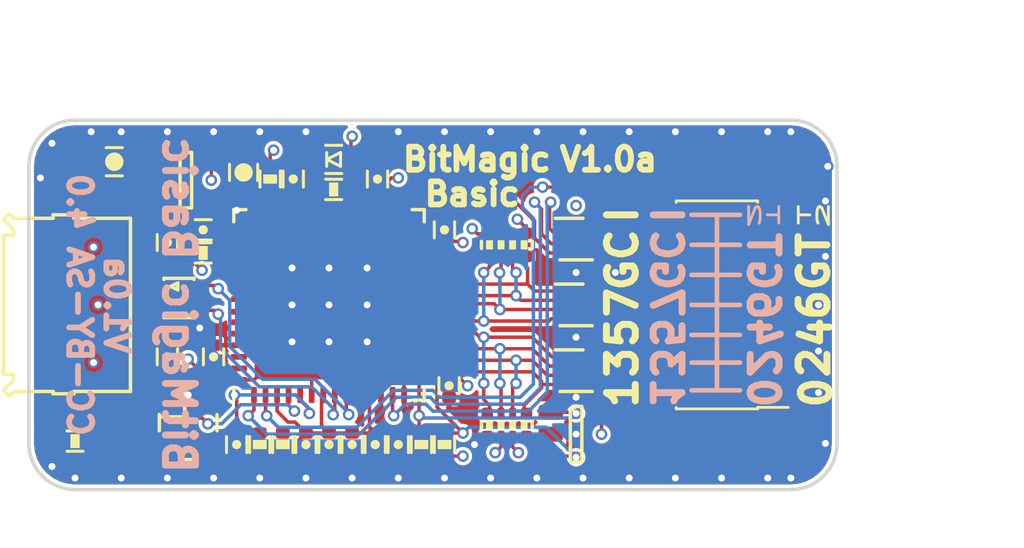
<source format=kicad_pcb>
(kicad_pcb (version 20171130) (host pcbnew 5.1.2-f72e74a~84~ubuntu18.04.1)
  (title_block (title BitMagic-Basic) (rev V1.0a) (company 1BitSquared) (comment 1 "CC-BY-SA V4.0") (comment 2 "(C) 2019 1BitSquared <info@1bitsquared.com>") (comment 3 "(C) 2019 Piotr Esden-Tempski <piotr@esden.net>"))
  (layers (0 F.Cu signal) (1 In1.Cu signal) (2 In2.Cu signal) (31 B.Cu signal) (34 B.Paste user) (35 F.Paste user) (36 B.SilkS user) (37 F.SilkS user) (38 B.Mask user) (39 F.Mask user) (44 Edge.Cuts user))
  (net 0 "")
  (net 1 +3V3)
  (net 2 GND)
  (net 3 +5V)
  (net 4 "Net-(C12-Pad1)")
  (net 5 /XTALOUT)
  (net 6 /XTALIN)
  (net 7 /SCL)
  (net 8 /SDA)
  (net 9 /PB0)
  (net 10 /PB1)
  (net 11 /PB2)
  (net 12 /PB5)
  (net 13 /PB6)
  (net 14 /PB7)
  (net 15 /~RESET)
  (net 16 /WAKEUP)
  (net 17 /PB3)
  (net 18 /PB4)
  (net 19 /xPB1)
  (net 20 /xPB0)
  (net 21 /xPB3)
  (net 22 /xPB2)
  (net 23 /xPB5)
  (net 24 /xPB4)
  (net 25 /xPB7)
  (net 26 /xPB6)
  (net 27 /shield)
  (net 28 /USBD_P)
  (net 29 /xUSBD_P)
  (net 30 /USBD_N)
  (net 31 /xUSBD_N)
  (net 32 /PA1)
  (net 33 /TRIG)
  (net 34 /CLK)
  (net 35 /xTRIG)
  (net 36 /xCLK)
  (net 37 /xIFCLK)
  (net 38 /IFCLK)
  (net 39 "Net-(D1-PadC)")
  (net 40 /TRIG2)
  (net 41 /xTRIG2)
  (module pkl_misc:ABM8 (layer F.Cu) (at 28.9 35.1 270)
    (fp_text reference X1)
    (fp_text value 24MHz)
    (pad GND smd roundrect (at 1.15 0.925 270) (size 1.3 1.05) (layers F.Cu F.Paste F.Mask) (roundrect_rratio 0.238) (net 2 GND))
    (pad GND smd roundrect (at -1.15 -0.925 270) (size 1.3 1.05) (layers F.Cu F.Paste F.Mask) (roundrect_rratio 0.238) (net 2 GND))
    (pad 2 smd roundrect (at 1.15 -0.925 270) (size 1.3 1.05) (layers F.Cu F.Paste F.Mask) (roundrect_rratio 0.238) (net 6 /XTALIN))
    (pad 1 smd roundrect (at -1.15 0.925 270) (size 1.3 1.05) (layers F.Cu F.Paste F.Mask) (roundrect_rratio 0.238) (net 5 /XTALOUT))
  )
  (module pkl_connectors:Connector_USB_Micro_B_SMD (layer F.Cu) (at 23.5 30 180)
    (fp_text reference P1)
    (fp_text value pkl_USB_OTG hide)
    (pad 5 smd roundrect (at -2.675 -1.3 270) (size 0.4 1.35) (layers F.Cu F.Paste F.Mask) (net 2 GND))
    (pad 4 smd roundrect (at -2.675 -0.65 270) (size 0.4 1.35) (layers F.Cu F.Paste F.Mask))
    (pad 3 smd roundrect (at -2.675 0 270) (size 0.4 1.35) (layers F.Cu F.Paste F.Mask) (net 29 /xUSBD_P))
    (pad 2 smd roundrect (at -2.675 0.65 270) (size 0.4 1.35) (layers F.Cu F.Paste F.Mask) (net 31 /xUSBD_N))
    (pad 1 smd roundrect (at -2.675 1.3 270) (size 0.4 1.35) (layers F.Cu F.Paste F.Mask) (net 3 +5V))
    (pad GND smd roundrect (at -2.55 3.1 270) (size 2.1 1.6) (layers F.Cu F.Paste F.Mask) (roundrect_rratio 0.156) (net 27 /shield))
    (pad GND smd roundrect (at -2.55 -3.1 270) (size 2.1 1.6) (layers F.Cu F.Paste F.Mask) (roundrect_rratio 0.156) (net 27 /shield))
    (pad GND smd roundrect (at 0 3.8 270) (size 1.8 1.9) (layers F.Cu F.Paste F.Mask) (roundrect_rratio 0.139) (net 27 /shield))
    (pad GND smd roundrect (at 0 -3.8 270) (size 1.8 1.9) (layers F.Cu F.Paste F.Mask) (roundrect_rratio 0.139) (net 27 /shield))
    (pad GND smd roundrect (at 0 -1.2 270) (size 1.9 1.9) (layers F.Cu F.Paste F.Mask) (roundrect_rratio 0.132) (net 27 /shield))
    (pad GND smd roundrect (at 0 1.2 270) (size 1.9 1.9) (layers F.Cu F.Paste F.Mask) (roundrect_rratio 0.132) (net 27 /shield))
  )
  (module pkl_housings_dfn_qfn:DFN-8-1EP_1.35x1.7mm_Pitch0.4mm (layer F.Cu) (at 45.7 32.85)
    (fp_text reference U3)
    (fp_text value IP425x-4-TTL)
    (pad 9 smd roundrect (at 0 0) (size 0.4 1.4) (layers F.Cu F.Mask) (roundrect_rratio 0.125) (net 2 GND))
    (pad 8 smd roundrect (at 0.675 -0.6) (size 0.5 0.22) (layers F.Cu F.Paste F.Mask) (net 21 /xPB3))
    (pad 7 smd roundrect (at 0.675 -0.2) (size 0.5 0.22) (layers F.Cu F.Paste F.Mask) (net 22 /xPB2))
    (pad 6 smd roundrect (at 0.675 0.2) (size 0.5 0.22) (layers F.Cu F.Paste F.Mask) (net 19 /xPB1))
    (pad 5 smd roundrect (at 0.675 0.6) (size 0.5 0.22) (layers F.Cu F.Paste F.Mask) (net 20 /xPB0))
    (pad 4 smd roundrect (at -0.675 0.6) (size 0.5 0.22) (layers F.Cu F.Paste F.Mask) (net 9 /PB0))
    (pad 3 smd roundrect (at -0.675 0.2) (size 0.5 0.22) (layers F.Cu F.Paste F.Mask) (net 10 /PB1))
    (pad 2 smd roundrect (at -0.675 -0.2) (size 0.5 0.22) (layers F.Cu F.Paste F.Mask) (net 11 /PB2))
    (pad 1 smd roundrect (at -0.675 -0.6) (size 0.5 0.22) (layers F.Cu F.Paste F.Mask) (net 17 /PB3))
  )
  (module pkl_housings_dfn_qfn:DFN-8-1EP_1.35x1.7mm_Pitch0.4mm (layer F.Cu) (at 45.7 30)
    (fp_text reference U4)
    (fp_text value IP425x-4-TTL)
    (pad 9 smd roundrect (at 0 0) (size 0.4 1.4) (layers F.Cu F.Mask) (roundrect_rratio 0.125) (net 2 GND))
    (pad 8 smd roundrect (at 0.675 -0.6) (size 0.5 0.22) (layers F.Cu F.Paste F.Mask) (net 25 /xPB7))
    (pad 7 smd roundrect (at 0.675 -0.2) (size 0.5 0.22) (layers F.Cu F.Paste F.Mask) (net 26 /xPB6))
    (pad 6 smd roundrect (at 0.675 0.2) (size 0.5 0.22) (layers F.Cu F.Paste F.Mask) (net 23 /xPB5))
    (pad 5 smd roundrect (at 0.675 0.6) (size 0.5 0.22) (layers F.Cu F.Paste F.Mask) (net 24 /xPB4))
    (pad 4 smd roundrect (at -0.675 0.6) (size 0.5 0.22) (layers F.Cu F.Paste F.Mask) (net 18 /PB4))
    (pad 3 smd roundrect (at -0.675 0.2) (size 0.5 0.22) (layers F.Cu F.Paste F.Mask) (net 12 /PB5))
    (pad 2 smd roundrect (at -0.675 -0.2) (size 0.5 0.22) (layers F.Cu F.Paste F.Mask) (net 13 /PB6))
    (pad 1 smd roundrect (at -0.675 -0.6) (size 0.5 0.22) (layers F.Cu F.Paste F.Mask) (net 14 /PB7))
  )
  (module pkl_housings_dfn_qfn:DFN-8-1EP_1.35x1.7mm_Pitch0.4mm (layer F.Cu) (at 45.7 27.15)
    (fp_text reference U6)
    (fp_text value IP425x-4-TTL)
    (pad 9 smd roundrect (at 0 0) (size 0.4 1.4) (layers F.Cu F.Mask) (roundrect_rratio 0.125) (net 2 GND))
    (pad 8 smd roundrect (at 0.675 -0.6) (size 0.5 0.22) (layers F.Cu F.Paste F.Mask) (net 41 /xTRIG2))
    (pad 7 smd roundrect (at 0.675 -0.2) (size 0.5 0.22) (layers F.Cu F.Paste F.Mask) (net 37 /xIFCLK))
    (pad 6 smd roundrect (at 0.675 0.2) (size 0.5 0.22) (layers F.Cu F.Paste F.Mask) (net 35 /xTRIG))
    (pad 5 smd roundrect (at 0.675 0.6) (size 0.5 0.22) (layers F.Cu F.Paste F.Mask) (net 36 /xCLK))
    (pad 4 smd roundrect (at -0.675 0.6) (size 0.5 0.22) (layers F.Cu F.Paste F.Mask) (net 34 /CLK))
    (pad 3 smd roundrect (at -0.675 0.2) (size 0.5 0.22) (layers F.Cu F.Paste F.Mask) (net 33 /TRIG))
    (pad 2 smd roundrect (at -0.675 -0.2) (size 0.5 0.22) (layers F.Cu F.Paste F.Mask) (net 38 /IFCLK))
    (pad 1 smd roundrect (at -0.675 -0.6) (size 0.5 0.22) (layers F.Cu F.Paste F.Mask) (net 40 /TRIG2))
  )
  (module Connector_PinHeader_1.27mm:PinHeader_2x07_P1.27mm_Vertical_SMD (layer F.Cu) (at 51.8 30 180)
    (fp_text reference J1)
    (fp_text value Conn)
    (pad 14 smd rect (at 1.95 3.81 180) (size 2.4 0.74) (layers F.Cu F.Paste F.Mask) (net 37 /xIFCLK))
    (pad 13 smd rect (at -1.95 3.81 180) (size 2.4 0.74) (layers F.Cu F.Paste F.Mask) (net 41 /xTRIG2))
    (pad 12 smd rect (at 1.95 2.54 180) (size 2.4 0.74) (layers F.Cu F.Paste F.Mask) (net 36 /xCLK))
    (pad 11 smd rect (at -1.95 2.54 180) (size 2.4 0.74) (layers F.Cu F.Paste F.Mask) (net 35 /xTRIG))
    (pad 10 smd rect (at 1.95 1.27 180) (size 2.4 0.74) (layers F.Cu F.Paste F.Mask) (net 2 GND))
    (pad 9 smd rect (at -1.95 1.27 180) (size 2.4 0.74) (layers F.Cu F.Paste F.Mask) (net 2 GND))
    (pad 8 smd rect (at 1.95 0 180) (size 2.4 0.74) (layers F.Cu F.Paste F.Mask) (net 25 /xPB7))
    (pad 7 smd rect (at -1.95 0 180) (size 2.4 0.74) (layers F.Cu F.Paste F.Mask) (net 26 /xPB6))
    (pad 6 smd rect (at 1.95 -1.27 180) (size 2.4 0.74) (layers F.Cu F.Paste F.Mask) (net 23 /xPB5))
    (pad 5 smd rect (at -1.95 -1.27 180) (size 2.4 0.74) (layers F.Cu F.Paste F.Mask) (net 24 /xPB4))
    (pad 4 smd rect (at 1.95 -2.54 180) (size 2.4 0.74) (layers F.Cu F.Paste F.Mask) (net 21 /xPB3))
    (pad 3 smd rect (at -1.95 -2.54 180) (size 2.4 0.74) (layers F.Cu F.Paste F.Mask) (net 22 /xPB2))
    (pad 2 smd rect (at 1.95 -3.81 180) (size 2.4 0.74) (layers F.Cu F.Paste F.Mask) (net 19 /xPB1))
    (pad 1 smd rect (at -1.95 -3.81 180) (size 2.4 0.74) (layers F.Cu F.Paste F.Mask) (net 20 /xPB0))
  )
  (module pkl_housings_dfn_qfn:QFN-56-1EP_8x8mm_Pitch0.5mm (layer F.Cu) (at 35 30 90)
    (fp_text reference IC1)
    (fp_text value CY7C68013A-56)
    (pad 57 smd roundrect (at 0 0 90) (size 6.45 6.45) (layers F.Cu F.Mask) (roundrect_rratio 0.039) (net 2 GND))
    (pad 57 thru_hole circle (at -1.6 1.65 90) (size 0.5 0.5) (drill 0.3) (layers *.Cu F.Mask) (net 2 GND))
    (pad 57 thru_hole circle (at -1.6 0 90) (size 0.5 0.5) (drill 0.3) (layers *.Cu F.Mask) (net 2 GND))
    (pad 57 thru_hole circle (at -1.6 -1.6 90) (size 0.5 0.5) (drill 0.3) (layers *.Cu F.Mask) (net 2 GND))
    (pad 57 thru_hole circle (at 0 -1.6 90) (size 0.5 0.5) (drill 0.3) (layers *.Cu F.Mask) (net 2 GND))
    (pad 57 thru_hole circle (at 0 0 90) (size 0.5 0.5) (drill 0.3) (layers *.Cu F.Mask) (net 2 GND))
    (pad 57 thru_hole circle (at 0 1.65 90) (size 0.5 0.5) (drill 0.3) (layers *.Cu F.Mask) (net 2 GND))
    (pad 57 thru_hole circle (at 1.6 1.65 90) (size 0.5 0.5) (drill 0.3) (layers *.Cu F.Mask) (net 2 GND))
    (pad 57 thru_hole circle (at 1.6 0 90) (size 0.5 0.5) (drill 0.3) (layers *.Cu F.Mask) (net 2 GND))
    (pad 57 thru_hole circle (at 1.6 -1.6 90) (size 0.5 0.5) (drill 0.3) (layers *.Cu F.Mask) (net 2 GND))
    (pad 22 smd roundrect (at 0.25 3.9 180) (size 0.7 0.25) (layers F.Cu F.Paste F.Mask) (net 18 /PB4))
    (pad 21 smd roundrect (at -0.25 3.9 180) (size 0.7 0.25) (layers F.Cu F.Paste F.Mask) (net 17 /PB3))
    (pad 50 smd roundrect (at -0.3 -3.9 180) (size 0.7 0.25) (layers F.Cu F.Paste F.Mask))
    (pad 49 smd roundrect (at 0.25 -3.9 180) (size 0.7 0.25) (layers F.Cu F.Paste F.Mask))
    (pad 56 smd roundrect (at -3.25 -3.9 180) (size 0.7 0.25) (layers F.Cu F.Paste F.Mask) (net 2 GND))
    (pad 55 smd roundrect (at -2.75 -3.9 180) (size 0.7 0.25) (layers F.Cu F.Paste F.Mask) (net 1 +3V3))
    (pad 54 smd roundrect (at -2.25 -3.9 180) (size 0.7 0.25) (layers F.Cu F.Paste F.Mask))
    (pad 53 smd roundrect (at -1.75 -3.9 180) (size 0.7 0.25) (layers F.Cu F.Paste F.Mask) (net 2 GND))
    (pad 52 smd roundrect (at -1.25 -3.9 180) (size 0.7 0.25) (layers F.Cu F.Paste F.Mask))
    (pad 51 smd roundrect (at -0.75 -3.9 180) (size 0.7 0.25) (layers F.Cu F.Paste F.Mask))
    (pad 48 smd roundrect (at 0.75 -3.9 180) (size 0.7 0.25) (layers F.Cu F.Paste F.Mask))
    (pad 47 smd roundrect (at 1.25 -3.9 180) (size 0.7 0.25) (layers F.Cu F.Paste F.Mask))
    (pad 46 smd roundrect (at 1.75 -3.9 180) (size 0.7 0.25) (layers F.Cu F.Paste F.Mask))
    (pad 45 smd roundrect (at 2.25 -3.9 180) (size 0.7 0.25) (layers F.Cu F.Paste F.Mask))
    (pad 44 smd roundrect (at 2.75 -3.9 180) (size 0.7 0.25) (layers F.Cu F.Paste F.Mask) (net 16 /WAKEUP))
    (pad 43 smd roundrect (at 3.25 -3.9 180) (size 0.7 0.25) (layers F.Cu F.Paste F.Mask) (net 1 +3V3))
    (pad 42 smd roundrect (at 3.9 -3.25 90) (size 0.7 0.25) (layers F.Cu F.Paste F.Mask) (net 15 /~RESET))
    (pad 41 smd roundrect (at 3.9 -2.75 90) (size 0.7 0.25) (layers F.Cu F.Paste F.Mask) (net 2 GND))
    (pad 40 smd roundrect (at 3.9 -2.25 90) (size 0.7 0.25) (layers F.Cu F.Paste F.Mask))
    (pad 39 smd roundrect (at 3.9 -1.75 90) (size 0.7 0.25) (layers F.Cu F.Paste F.Mask))
    (pad 38 smd roundrect (at 3.9 -1.25 90) (size 0.7 0.25) (layers F.Cu F.Paste F.Mask))
    (pad 37 smd roundrect (at 3.9 -0.75 90) (size 0.7 0.25) (layers F.Cu F.Paste F.Mask))
    (pad 36 smd roundrect (at 3.9 -0.25 90) (size 0.7 0.25) (layers F.Cu F.Paste F.Mask))
    (pad 35 smd roundrect (at 3.9 0.25 90) (size 0.7 0.25) (layers F.Cu F.Paste F.Mask))
    (pad 34 smd roundrect (at 3.9 0.75 90) (size 0.7 0.25) (layers F.Cu F.Paste F.Mask) (net 32 /PA1))
    (pad 33 smd roundrect (at 3.9 1.25 90) (size 0.7 0.25) (layers F.Cu F.Paste F.Mask))
    (pad 32 smd roundrect (at 3.9 1.75 90) (size 0.7 0.25) (layers F.Cu F.Paste F.Mask) (net 1 +3V3))
    (pad 31 smd roundrect (at 3.9 2.25 90) (size 0.7 0.25) (layers F.Cu F.Paste F.Mask))
    (pad 30 smd roundrect (at 3.9 2.75 90) (size 0.7 0.25) (layers F.Cu F.Paste F.Mask) (net 34 /CLK))
    (pad 29 smd roundrect (at 3.9 3.25 90) (size 0.7 0.25) (layers F.Cu F.Paste F.Mask))
    (pad 28 smd roundrect (at 3.25 3.9 180) (size 0.7 0.25) (layers F.Cu F.Paste F.Mask) (net 2 GND))
    (pad 27 smd roundrect (at 2.75 3.9 180) (size 0.7 0.25) (layers F.Cu F.Paste F.Mask) (net 1 +3V3))
    (pad 26 smd roundrect (at 2.25 3.9 180) (size 0.7 0.25) (layers F.Cu F.Paste F.Mask) (net 2 GND))
    (pad 25 smd roundrect (at 1.75 3.9 180) (size 0.7 0.25) (layers F.Cu F.Paste F.Mask) (net 14 /PB7))
    (pad 24 smd roundrect (at 1.25 3.9 180) (size 0.7 0.25) (layers F.Cu F.Paste F.Mask) (net 13 /PB6))
    (pad 23 smd roundrect (at 0.75 3.9 180) (size 0.7 0.25) (layers F.Cu F.Paste F.Mask) (net 12 /PB5))
    (pad 20 smd roundrect (at -0.75 3.9 180) (size 0.7 0.25) (layers F.Cu F.Paste F.Mask) (net 11 /PB2))
    (pad 19 smd roundrect (at -1.25 3.9 180) (size 0.7 0.25) (layers F.Cu F.Paste F.Mask) (net 10 /PB1))
    (pad 18 smd roundrect (at -1.75 3.9 180) (size 0.7 0.25) (layers F.Cu F.Paste F.Mask) (net 9 /PB0))
    (pad 17 smd roundrect (at -2.25 3.9 180) (size 0.7 0.25) (layers F.Cu F.Paste F.Mask) (net 1 +3V3))
    (pad 16 smd roundrect (at -2.75 3.9 180) (size 0.7 0.25) (layers F.Cu F.Paste F.Mask) (net 8 /SDA))
    (pad 15 smd roundrect (at -3.25 3.9 180) (size 0.7 0.25) (layers F.Cu F.Paste F.Mask) (net 7 /SCL))
    (pad 14 smd roundrect (at -3.9 3.25 90) (size 0.7 0.25) (layers F.Cu F.Paste F.Mask) (net 2 GND))
    (pad 13 smd roundrect (at -3.9 2.75 90) (size 0.7 0.25) (layers F.Cu F.Paste F.Mask) (net 38 /IFCLK))
    (pad 12 smd roundrect (at -3.9 2.25 90) (size 0.7 0.25) (layers F.Cu F.Paste F.Mask) (net 2 GND))
    (pad 11 smd roundrect (at -3.9 1.75 90) (size 0.7 0.25) (layers F.Cu F.Paste F.Mask) (net 1 +3V3))
    (pad 10 smd roundrect (at -3.9 1.25 90) (size 0.7 0.25) (layers F.Cu F.Paste F.Mask) (net 2 GND))
    (pad 9 smd roundrect (at -3.9 0.75 90) (size 0.7 0.25) (layers F.Cu F.Paste F.Mask) (net 30 /USBD_N))
    (pad 8 smd roundrect (at -3.9 0.25 90) (size 0.7 0.25) (layers F.Cu F.Paste F.Mask) (net 28 /USBD_P))
    (pad 7 smd roundrect (at -3.9 -0.25 90) (size 0.7 0.25) (layers F.Cu F.Paste F.Mask) (net 1 +3V3))
    (pad 6 smd roundrect (at -3.9 -0.75 90) (size 0.7 0.25) (layers F.Cu F.Paste F.Mask) (net 2 GND))
    (pad 5 smd roundrect (at -3.9 -1.25 90) (size 0.7 0.25) (layers F.Cu F.Paste F.Mask) (net 6 /XTALIN))
    (pad 4 smd roundrect (at -3.9 -1.75 90) (size 0.7 0.25) (layers F.Cu F.Paste F.Mask) (net 5 /XTALOUT))
    (pad 3 smd roundrect (at -3.9 -2.25 90) (size 0.7 0.25) (layers F.Cu F.Paste F.Mask) (net 1 +3V3))
    (pad 2 smd roundrect (at -3.9 -2.75 90) (size 0.7 0.25) (layers F.Cu F.Paste F.Mask) (net 40 /TRIG2))
    (pad 1 smd roundrect (at -3.9 -3.25 90) (size 0.7 0.25) (layers F.Cu F.Paste F.Mask) (net 33 /TRIG))
  )
  (module pkl_dipol:C_0603 (layer F.Cu) (at 25.7 23.8 180)
    (fp_text reference C11)
    (fp_text value 4u7)
    (pad 2 smd roundrect (at 0.75 0 180) (size 0.6 0.9) (layers F.Cu F.Paste F.Mask) (net 2 GND))
    (pad 1 smd roundrect (at -0.75 0 180) (size 0.6 0.9) (layers F.Cu F.Paste F.Mask) (net 3 +5V))
  )
  (module pkl_dipol:C_0603 (layer F.Cu) (at 31.3 24.263544 270)
    (fp_text reference C13)
    (fp_text value 4u7)
    (pad 2 smd roundrect (at 0.75 0 270) (size 0.6 0.9) (layers F.Cu F.Paste F.Mask) (net 2 GND))
    (pad 1 smd roundrect (at -0.75 0 270) (size 0.6 0.9) (layers F.Cu F.Paste F.Mask) (net 1 +3V3))
  )
  (module pkl_housings_sot:SOT-23-5 (layer F.Cu) (at 45.7 35.6 180)
    (fp_text reference U5)
    (fp_text value 24LC00)
    (pad 5 smd roundrect (at -1.1 0.95) (size 1.06 0.65) (layers F.Cu F.Paste F.Mask) (net 1 +3V3))
    (pad 4 smd roundrect (at -1.1 -0.95) (size 1.06 0.65) (layers F.Cu F.Paste F.Mask))
    (pad 3 smd roundrect (at 1.1 -0.95) (size 1.06 0.65) (layers F.Cu F.Paste F.Mask) (net 8 /SDA))
    (pad 2 smd roundrect (at 1.1 0) (size 1.06 0.65) (layers F.Cu F.Paste F.Mask) (net 2 GND))
    (pad 1 smd roundrect (at 1.1 0.95) (size 1.06 0.65) (layers F.Cu F.Paste F.Mask) (net 7 /SCL))
  )
  (module pkl_housings_sot:SOT-23-5 (layer F.Cu) (at 28.8 24.6 180)
    (fp_text reference U1)
    (fp_text value 3.3V)
    (pad 5 smd roundrect (at -1.1 0.95) (size 1.06 0.65) (layers F.Cu F.Paste F.Mask) (net 1 +3V3))
    (pad 4 smd roundrect (at -1.1 -0.95) (size 1.06 0.65) (layers F.Cu F.Paste F.Mask) (net 4 "Net-(C12-Pad1)"))
    (pad 3 smd roundrect (at 1.1 -0.95) (size 1.06 0.65) (layers F.Cu F.Paste F.Mask) (net 3 +5V))
    (pad 2 smd roundrect (at 1.1 0) (size 1.06 0.65) (layers F.Cu F.Paste F.Mask) (net 2 GND))
    (pad 1 smd roundrect (at 1.1 0.95) (size 1.06 0.65) (layers F.Cu F.Paste F.Mask) (net 3 +5V))
  )
  (module pkl_dipol:D_0603 (layer F.Cu) (at 35.2 23.7)
    (fp_text reference D1)
    (fp_text value GRN)
    (pad C smd roundrect (at -0.75 0 180) (size 0.6 0.9) (layers F.Cu F.Paste F.Mask) (net 39 "Net-(D1-PadC)"))
    (pad A smd roundrect (at 0.75 0 180) (size 0.6 0.9) (layers F.Cu F.Paste F.Mask) (net 1 +3V3))
  )
  (module pkl_dipol:R_0402 (layer F.Cu) (at 33 36.05 90)
    (fp_text reference R7)
    (fp_text value 100k)
    (pad 2 smd roundrect (at 0.5 0 90) (size 0.5 0.6) (layers F.Cu F.Paste F.Mask) (net 40 /TRIG2))
    (pad 1 smd roundrect (at -0.5 0 90) (size 0.5 0.6) (layers F.Cu F.Paste F.Mask) (net 1 +3V3))
  )
  (module pkl_dipol:R_0402 (layer F.Cu) (at 35.2 25)
    (fp_text reference R1)
    (fp_text value 2k7)
    (pad 2 smd roundrect (at 0.5 0) (size 0.5 0.6) (layers F.Cu F.Paste F.Mask) (net 32 /PA1))
    (pad 1 smd roundrect (at -0.5 0) (size 0.5 0.6) (layers F.Cu F.Paste F.Mask) (net 39 "Net-(D1-PadC)"))
  )
  (module pkl_dipol:R_0402 (layer F.Cu) (at 39 36.05 270)
    (fp_text reference R2)
    (fp_text value 2k7)
    (pad 2 smd roundrect (at 0.5 0 270) (size 0.5 0.6) (layers F.Cu F.Paste F.Mask) (net 1 +3V3))
    (pad 1 smd roundrect (at -0.5 0 270) (size 0.5 0.6) (layers F.Cu F.Paste F.Mask) (net 7 /SCL))
  )
  (module pkl_dipol:R_0402 (layer F.Cu) (at 40 36.05 270)
    (fp_text reference R3)
    (fp_text value 2k7)
    (pad 2 smd roundrect (at 0.5 0 270) (size 0.5 0.6) (layers F.Cu F.Paste F.Mask) (net 1 +3V3))
    (pad 1 smd roundrect (at -0.5 0 270) (size 0.5 0.6) (layers F.Cu F.Paste F.Mask) (net 8 /SDA))
  )
  (module pkl_dipol:R_0402 (layer F.Cu) (at 32.45 24.55 90)
    (fp_text reference R4)
    (fp_text value 2k7)
    (pad 2 smd roundrect (at 0.5 0 90) (size 0.5 0.6) (layers F.Cu F.Paste F.Mask) (net 1 +3V3))
    (pad 1 smd roundrect (at -0.5 0 90) (size 0.5 0.6) (layers F.Cu F.Paste F.Mask) (net 15 /~RESET))
  )
  (module pkl_dipol:R_0402 (layer F.Cu) (at 29.55 27.75 180)
    (fp_text reference R5)
    (fp_text value 100k)
    (pad 2 smd roundrect (at 0.5 0 180) (size 0.5 0.6) (layers F.Cu F.Paste F.Mask) (net 1 +3V3))
    (pad 1 smd roundrect (at -0.5 0 180) (size 0.5 0.6) (layers F.Cu F.Paste F.Mask) (net 16 /WAKEUP))
  )
  (module pkl_dipol:R_0402 (layer F.Cu) (at 24 35.9)
    (fp_text reference R10)
    (fp_text value 1m)
    (pad 2 smd roundrect (at 0.5 0) (size 0.5 0.6) (layers F.Cu F.Paste F.Mask) (net 2 GND))
    (pad 1 smd roundrect (at -0.5 0) (size 0.5 0.6) (layers F.Cu F.Paste F.Mask) (net 27 /shield))
  )
  (module pkl_dipol:R_0402 (layer F.Cu) (at 32 36.05 90)
    (fp_text reference R6)
    (fp_text value 100k)
    (pad 2 smd roundrect (at 0.5 0 90) (size 0.5 0.6) (layers F.Cu F.Paste F.Mask) (net 33 /TRIG))
    (pad 1 smd roundrect (at -0.5 0 90) (size 0.5 0.6) (layers F.Cu F.Paste F.Mask) (net 1 +3V3))
  )
  (module pkl_dipol:C_0402 (layer F.Cu) (at 38 36.05 270)
    (fp_text reference C1)
    (fp_text value 100n)
    (pad 2 smd roundrect (at 0.5 0 270) (size 0.5 0.6) (layers F.Cu F.Paste F.Mask) (net 2 GND))
    (pad 1 smd roundrect (at -0.5 0 270) (size 0.5 0.6) (layers F.Cu F.Paste F.Mask) (net 1 +3V3))
  )
  (module pkl_dipol:C_0402 (layer F.Cu) (at 40.2 33.5 270)
    (fp_text reference C2)
    (fp_text value 100n)
    (pad 2 smd roundrect (at 0.5 0 270) (size 0.5 0.6) (layers F.Cu F.Paste F.Mask) (net 2 GND))
    (pad 1 smd roundrect (at -0.5 0 270) (size 0.5 0.6) (layers F.Cu F.Paste F.Mask) (net 1 +3V3))
  )
  (module pkl_dipol:C_0402 (layer F.Cu) (at 40 26.75 90)
    (fp_text reference C3)
    (fp_text value 100n)
    (pad 2 smd roundrect (at 0.5 0 90) (size 0.5 0.6) (layers F.Cu F.Paste F.Mask) (net 2 GND))
    (pad 1 smd roundrect (at -0.5 0 90) (size 0.5 0.6) (layers F.Cu F.Paste F.Mask) (net 1 +3V3))
  )
  (module pkl_dipol:C_0402 (layer F.Cu) (at 37.1 24.55 90)
    (fp_text reference C4)
    (fp_text value 100n)
    (pad 2 smd roundrect (at 0.5 0 90) (size 0.5 0.6) (layers F.Cu F.Paste F.Mask) (net 2 GND))
    (pad 1 smd roundrect (at -0.5 0 90) (size 0.5 0.6) (layers F.Cu F.Paste F.Mask) (net 1 +3V3))
  )
  (module pkl_dipol:C_0402 (layer F.Cu) (at 29.55 26.75 180)
    (fp_text reference C5)
    (fp_text value 100n)
    (pad 2 smd roundrect (at 0.5 0 180) (size 0.5 0.6) (layers F.Cu F.Paste F.Mask) (net 2 GND))
    (pad 1 smd roundrect (at -0.5 0 180) (size 0.5 0.6) (layers F.Cu F.Paste F.Mask) (net 1 +3V3))
  )
  (module pkl_dipol:C_0402 (layer F.Cu) (at 30 32.25 90)
    (fp_text reference C6)
    (fp_text value 100n)
    (pad 2 smd roundrect (at 0.5 0 90) (size 0.5 0.6) (layers F.Cu F.Paste F.Mask) (net 2 GND))
    (pad 1 smd roundrect (at -0.5 0 90) (size 0.5 0.6) (layers F.Cu F.Paste F.Mask) (net 1 +3V3))
  )
  (module pkl_dipol:C_0402 (layer F.Cu) (at 34.000001 36.05 270)
    (fp_text reference C7)
    (fp_text value 2u2)
    (pad 2 smd roundrect (at 0.5 0 270) (size 0.5 0.6) (layers F.Cu F.Paste F.Mask) (net 2 GND))
    (pad 1 smd roundrect (at -0.5 0 270) (size 0.5 0.6) (layers F.Cu F.Paste F.Mask) (net 1 +3V3))
  )
  (module pkl_dipol:C_0402 (layer F.Cu) (at 37 36.05 270)
    (fp_text reference C8)
    (fp_text value 2u2)
    (pad 2 smd roundrect (at 0.5 0 270) (size 0.5 0.6) (layers F.Cu F.Paste F.Mask) (net 2 GND))
    (pad 1 smd roundrect (at -0.5 0 270) (size 0.5 0.6) (layers F.Cu F.Paste F.Mask) (net 1 +3V3))
  )
  (module pkl_dipol:C_0402 (layer F.Cu) (at 34.999999 36.05 270)
    (fp_text reference C9)
    (fp_text value 100n)
    (pad 2 smd roundrect (at 0.5 0 270) (size 0.5 0.6) (layers F.Cu F.Paste F.Mask) (net 2 GND))
    (pad 1 smd roundrect (at -0.5 0 270) (size 0.5 0.6) (layers F.Cu F.Paste F.Mask) (net 1 +3V3))
  )
  (module pkl_dipol:C_0402 (layer F.Cu) (at 36 36.05 270)
    (fp_text reference C10)
    (fp_text value 100n)
    (pad 2 smd roundrect (at 0.5 0 270) (size 0.5 0.6) (layers F.Cu F.Paste F.Mask) (net 2 GND))
    (pad 1 smd roundrect (at -0.5 0 270) (size 0.5 0.6) (layers F.Cu F.Paste F.Mask) (net 1 +3V3))
  )
  (module pkl_dipol:C_0402 (layer F.Cu) (at 28 27.3 270)
    (fp_text reference C12)
    (fp_text value 10n)
    (pad 2 smd roundrect (at 0.5 0 270) (size 0.5 0.6) (layers F.Cu F.Paste F.Mask) (net 2 GND))
    (pad 1 smd roundrect (at -0.5 0 270) (size 0.5 0.6) (layers F.Cu F.Paste F.Mask) (net 4 "Net-(C12-Pad1)"))
  )
  (module pkl_dipol:C_0402 (layer F.Cu) (at 33.45 24.55 90)
    (fp_text reference C14)
    (fp_text value 1u)
    (pad 2 smd roundrect (at 0.5 0 90) (size 0.5 0.6) (layers F.Cu F.Paste F.Mask) (net 2 GND))
    (pad 1 smd roundrect (at -0.5 0 90) (size 0.5 0.6) (layers F.Cu F.Paste F.Mask) (net 15 /~RESET))
  )
  (module pkl_dipol:C_0402 (layer F.Cu) (at 28 32.25 90)
    (fp_text reference C15)
    (fp_text value 10p)
    (pad 2 smd roundrect (at 0.5 0 90) (size 0.5 0.6) (layers F.Cu F.Paste F.Mask) (net 2 GND))
    (pad 1 smd roundrect (at -0.5 0 90) (size 0.5 0.6) (layers F.Cu F.Paste F.Mask) (net 5 /XTALOUT))
  )
  (module pkl_dipol:C_0402 (layer F.Cu) (at 31 36.05 270)
    (fp_text reference C16)
    (fp_text value 10p)
    (pad 2 smd roundrect (at 0.5 0 270) (size 0.5 0.6) (layers F.Cu F.Paste F.Mask) (net 2 GND))
    (pad 1 smd roundrect (at -0.5 0 270) (size 0.5 0.6) (layers F.Cu F.Paste F.Mask) (net 6 /XTALIN))
  )
  (module pkl_dipol:R_Array_Convex_4x0402 (layer F.Cu) (at 42.7 35.2 270)
    (fp_text reference R8)
    (fp_text value 100k)
    (pad 8 smd roundrect (at 0.5 0.85 270) (size 0.5 0.5) (layers F.Cu F.Paste F.Mask) (net 1 +3V3))
    (pad 6 smd roundrect (at 0.5 0.25 270) (size 0.5 0.3) (layers F.Cu F.Paste F.Mask) (net 1 +3V3))
    (pad 4 smd roundrect (at 0.5 -0.25 270) (size 0.5 0.3) (layers F.Cu F.Paste F.Mask) (net 1 +3V3))
    (pad 2 smd roundrect (at 0.5 -0.85 270) (size 0.5 0.5) (layers F.Cu F.Paste F.Mask) (net 1 +3V3))
    (pad 7 smd roundrect (at -0.5 0.85 270) (size 0.5 0.5) (layers F.Cu F.Paste F.Mask) (net 17 /PB3))
    (pad 1 smd roundrect (at -0.5 -0.85 270) (size 0.5 0.5) (layers F.Cu F.Paste F.Mask) (net 9 /PB0))
    (pad 5 smd roundrect (at -0.5 0.25 270) (size 0.5 0.3) (layers F.Cu F.Paste F.Mask) (net 11 /PB2))
    (pad 3 smd roundrect (at -0.5 -0.25 270) (size 0.5 0.3) (layers F.Cu F.Paste F.Mask) (net 10 /PB1))
  )
  (module pkl_dipol:R_Array_Convex_4x0402 (layer F.Cu) (at 42.7 27.4 90)
    (fp_text reference R9)
    (fp_text value 100k)
    (pad 8 smd roundrect (at 0.5 0.85 90) (size 0.5 0.5) (layers F.Cu F.Paste F.Mask) (net 1 +3V3))
    (pad 6 smd roundrect (at 0.5 0.25 90) (size 0.5 0.3) (layers F.Cu F.Paste F.Mask) (net 1 +3V3))
    (pad 4 smd roundrect (at 0.5 -0.25 90) (size 0.5 0.3) (layers F.Cu F.Paste F.Mask) (net 1 +3V3))
    (pad 2 smd roundrect (at 0.5 -0.85 90) (size 0.5 0.5) (layers F.Cu F.Paste F.Mask) (net 1 +3V3))
    (pad 7 smd roundrect (at -0.5 0.85 90) (size 0.5 0.5) (layers F.Cu F.Paste F.Mask) (net 14 /PB7))
    (pad 1 smd roundrect (at -0.5 -0.85 90) (size 0.5 0.5) (layers F.Cu F.Paste F.Mask) (net 18 /PB4))
    (pad 5 smd roundrect (at -0.5 0.25 90) (size 0.5 0.3) (layers F.Cu F.Paste F.Mask) (net 13 /PB6))
    (pad 3 smd roundrect (at -0.5 -0.25 90) (size 0.5 0.3) (layers F.Cu F.Paste F.Mask) (net 12 /PB5))
  )
  (module pkl_housings_sot:SOT-666 (layer F.Cu) (at 28.5 29.7)
    (fp_text reference U2)
    (fp_text value USBLC6-2)
    (pad 6 smd roundrect (at 0.85 -0.5375 270) (size 0.35 0.5) (layers F.Cu F.Paste F.Mask) (net 30 /USBD_N))
    (pad 5 smd roundrect (at 0.925 0 270) (size 0.3 0.65) (layers F.Cu F.Paste F.Mask) (net 3 +5V))
    (pad 4 smd roundrect (at 0.85 0.5375 270) (size 0.375 0.5) (layers F.Cu F.Paste F.Mask) (net 28 /USBD_P))
    (pad 3 smd roundrect (at -0.85 0.5375 270) (size 0.375 0.5) (layers F.Cu F.Paste F.Mask) (net 29 /xUSBD_P))
    (pad 2 smd roundrect (at -0.925 0 270) (size 0.3 0.65) (layers F.Cu F.Paste F.Mask) (net 2 GND))
    (pad 1 smd roundrect (at -0.85 -0.5375 270) (size 0.375 0.5) (layers F.Cu F.Paste F.Mask) (net 31 /xUSBD_N))
  )
  (gr_text G (at 56 28.7 90) (layer F.SilkS) (effects (font (size 1.25 1.25) (thickness 0.3))))
  (gr_text T (at 56 27.4 90) (layer F.SilkS) (effects (font (size 1.25 1.25) (thickness 0.3))))
  (gr_text "T\n2" (at 56 26.1 90) (layer F.SilkS) (effects (font (size 0.5 1.25) (thickness 0.125))))
  (gr_text I (at 47.7 26.1 90) (layer F.SilkS) (effects (font (size 1.25 1.25) (thickness 0.3))))
  (gr_text C (at 47.7 27.4 90) (layer F.SilkS) (effects (font (size 1.25 1.25) (thickness 0.3))))
  (gr_text G (at 47.7 28.7 90) (layer F.SilkS) (effects (font (size 1.25 1.25) (thickness 0.3))))
  (gr_text 7 (at 47.7 29.9 90) (layer F.SilkS) (effects (font (size 1.25 1.25) (thickness 0.3))))
  (gr_text 5 (at 47.7 31.2 90) (layer F.SilkS) (effects (font (size 1.25 1.25) (thickness 0.3))))
  (gr_text 3 (at 47.7 32.5 90) (layer F.SilkS) (effects (font (size 1.25 1.25) (thickness 0.3))))
  (gr_text 1 (at 47.7 33.8 90) (layer F.SilkS) (effects (font (size 1.25 1.25) (thickness 0.3))))
  (gr_text 6 (at 56 30 90) (layer F.SilkS) (effects (font (size 1.25 1.25) (thickness 0.3))))
  (gr_text 4 (at 56.1 31.2 90) (layer F.SilkS) (effects (font (size 1.25 1.25) (thickness 0.3))))
  (gr_text 2 (at 56 32.5 90) (layer F.SilkS) (effects (font (size 1.25 1.25) (thickness 0.3))))
  (gr_text 0 (at 56.1 33.8 90) (layer F.SilkS) (effects (font (size 1.25 1.25) (thickness 0.3))))
  (gr_text Basic (at 41.2 25.2) (layer F.SilkS) (effects (font (size 1 1) (thickness 0.25))))
  (gr_text "T\n2" (at 53.8 26.1 270) (layer B.SilkS) (effects (font (size 0.5 1.25) (thickness 0.125)) (justify mirror)))
  (gr_text I (at 49.6 26.1 270) (layer B.SilkS) (effects (font (size 1.25 1.25) (thickness 0.3)) (justify mirror)))
  (gr_line (start 51.8 26.1) (end 52.8 26.1) (layer B.SilkS) (width 0.2))
  (gr_line (start 51.8 26.1) (end 50.7 26.1) (layer B.SilkS) (width 0.2))
  (gr_text 7 (at 49.6 29.9 270) (layer B.SilkS) (effects (font (size 1.25 1.25) (thickness 0.3)) (justify mirror)))
  (gr_text C (at 49.6 27.4 270) (layer B.SilkS) (effects (font (size 1.25 1.25) (thickness 0.3)) (justify mirror)))
  (gr_text G (at 49.6 28.7 270) (layer B.SilkS) (effects (font (size 1.25 1.25) (thickness 0.3)) (justify mirror)))
  (gr_text G (at 53.8 28.7 270) (layer B.SilkS) (effects (font (size 1.25 1.25) (thickness 0.3)) (justify mirror)))
  (gr_text T (at 53.8 27.4 270) (layer B.SilkS) (effects (font (size 1.25 1.25) (thickness 0.3)) (justify mirror)))
  (gr_text 6 (at 53.8 30 270) (layer B.SilkS) (effects (font (size 1.25 1.25) (thickness 0.3)) (justify mirror)))
  (gr_line (start 51.8 33.7) (end 50.7 33.7) (layer B.SilkS) (width 0.2))
  (gr_line (start 51.8 33.7) (end 52.8 33.7) (layer B.SilkS) (width 0.2))
  (gr_line (start 51.8 32.5) (end 50.7 32.5) (layer B.SilkS) (width 0.2))
  (gr_line (start 51.8 32.5) (end 52.8 32.5) (layer B.SilkS) (width 0.2))
  (gr_line (start 51.8 31.3) (end 50.7 31.3) (layer B.SilkS) (width 0.2))
  (gr_line (start 51.8 31.3) (end 52.8 31.3) (layer B.SilkS) (width 0.2))
  (gr_line (start 51.8 30) (end 50.7 30) (layer B.SilkS) (width 0.2))
  (gr_line (start 51.8 30) (end 52.8 30) (layer B.SilkS) (width 0.2))
  (gr_line (start 51.7 28.7) (end 50.7 28.7) (layer B.SilkS) (width 0.2))
  (gr_line (start 51.8 28.7) (end 52.8 28.7) (layer B.SilkS) (width 0.2))
  (gr_line (start 51.8 27.4) (end 50.7 27.4) (layer B.SilkS) (width 0.2))
  (gr_line (start 51.8 27.4) (end 52.8 27.4) (layer B.SilkS) (width 0.2))
  (gr_line (start 51.8 33.7) (end 51.8 26.1) (layer B.SilkS) (width 0.2))
  (gr_text 4 (at 53.8 31.2 270) (layer B.SilkS) (effects (font (size 1.25 1.25) (thickness 0.3)) (justify mirror)))
  (gr_text 5 (at 49.6 31.2 270) (layer B.SilkS) (effects (font (size 1.25 1.25) (thickness 0.3)) (justify mirror)))
  (gr_text 3 (at 49.6 32.5 270) (layer B.SilkS) (effects (font (size 1.25 1.25) (thickness 0.3)) (justify mirror)))
  (gr_text 2 (at 53.8 32.5 270) (layer B.SilkS) (effects (font (size 1.25 1.25) (thickness 0.3)) (justify mirror)))
  (gr_text 1 (at 49.6 33.8 270) (layer B.SilkS) (effects (font (size 1.25 1.25) (thickness 0.3)) (justify mirror)))
  (gr_text 0 (at 53.8 33.8 270) (layer B.SilkS) (effects (font (size 1.25 1.25) (thickness 0.3)) (justify mirror)))
  (gr_text "V1.0a\nCC-BY-SA 4.0" (at 25 30 270) (layer B.SilkS) (effects (font (size 1 1) (thickness 0.25)) (justify mirror)))
  (gr_text "BitMagic Basic" (at 28.5 30 270) (layer B.SilkS) (effects (font (size 1.3 1.3) (thickness 0.3)) (justify mirror)))
  (gr_text V1.0a (at 47.1 23.7) (layer F.SilkS) (effects (font (size 1 1) (thickness 0.25))))
  (gr_text BitMagic (at 41.4 23.7) (layer F.SilkS) (effects (font (size 1 1) (thickness 0.25))))
  (gr_arc (start 24 36) (end 24 38) (angle 90) (layer Edge.Cuts) (width 0.15))
  (gr_arc (start 55 36) (end 57 36) (angle 90) (layer Edge.Cuts) (width 0.15))
  (gr_arc (start 55 24) (end 55 22) (angle 90) (layer Edge.Cuts) (width 0.15))
  (gr_arc (start 24 24) (end 22 24) (angle 90) (layer Edge.Cuts) (width 0.15))
  (gr_line (start 22 36) (end 22 24) (layer Edge.Cuts) (width 0.15))
  (gr_line (start 55 38) (end 24 38) (layer Edge.Cuts) (width 0.15))
  (gr_line (start 57 24) (end 57 36) (layer Edge.Cuts) (width 0.15))
  (gr_line (start 24 22) (end 55 22) (layer Edge.Cuts) (width 0.15))
  (via (at 45.7 25.7) (size 0.5) (drill 0.3) (layers F.Cu B.Cu) (net 0))
  (segment (start 29.149999 32.599999) (end 28.9 32.35) (width 0.15) (layer F.Cu) (net 1))
  (segment (start 29.3 32.75) (end 29.149999 32.599999) (width 0.15) (layer F.Cu) (net 1))
  (segment (start 30 32.75) (end 29.3 32.75) (width 0.15) (layer F.Cu) (net 1))
  (via (at 28.9 32.35) (size 0.5) (drill 0.3) (layers F.Cu B.Cu) (net 1))
  (segment (start 41.425004 26.925) (end 41.200004 26.7) (width 0.15) (layer F.Cu) (net 1))
  (segment (start 42.45 26.925) (end 41.425004 26.925) (width 0.15) (layer F.Cu) (net 1))
  (via (at 41.200004 26.7) (size 0.5) (drill 0.3) (layers F.Cu B.Cu) (net 1))
  (segment (start 37.15 25.05) (end 37.7 24.5) (width 0.15) (layer F.Cu) (net 1))
  (segment (start 37.1 25.05) (end 37.15 25.05) (width 0.15) (layer F.Cu) (net 1))
  (via (at 38 24.5) (size 0.5) (drill 0.3) (layers F.Cu B.Cu) (net 1))
  (segment (start 37.7 24.5) (end 38 24.5) (width 0.15) (layer F.Cu) (net 1))
  (segment (start 42.95 35.675) (end 42.95 36.15) (width 0.15) (layer F.Cu) (net 1))
  (via (at 43.2 36.4) (size 0.5) (drill 0.3) (layers F.Cu B.Cu) (net 1))
  (segment (start 42.95 36.15) (end 43.2 36.4) (width 0.15) (layer F.Cu) (net 1))
  (segment (start 42.45 35.675) (end 42.45 36.15) (width 0.15) (layer F.Cu) (net 1))
  (segment (start 42.45 36.15) (end 42.2 36.4) (width 0.15) (layer F.Cu) (net 1))
  (via (at 42.2 36.4) (size 0.5) (drill 0.3) (layers F.Cu B.Cu) (net 1))
  (segment (start 42.45 35.675) (end 41.95 35.675) (width 0.15) (layer F.Cu) (net 1))
  (segment (start 42.95 35.675) (end 42.45 35.675) (width 0.15) (layer F.Cu) (net 1))
  (segment (start 43.45 35.675) (end 42.95 35.675) (width 0.15) (layer F.Cu) (net 1))
  (segment (start 29.05 27.75) (end 29.05 28.05) (width 0.15) (layer F.Cu) (net 1))
  (segment (start 29.05 28.05) (end 29.5 28.5) (width 0.15) (layer F.Cu) (net 1))
  (via (at 29.5 28.5) (size 0.5) (drill 0.3) (layers F.Cu B.Cu) (net 1))
  (segment (start 29.9 23.65) (end 31.163544 23.65) (width 0.15) (layer F.Cu) (net 1))
  (segment (start 31.163544 23.65) (end 31.3 23.513544) (width 0.15) (layer F.Cu) (net 1))
  (segment (start 29.9 23.65) (end 29.9 24.6) (width 0.15) (layer F.Cu) (net 1))
  (via (at 29.9 24.6) (size 0.5) (drill 0.3) (layers F.Cu B.Cu) (net 1))
  (via (at 32.599996 23.3) (size 0.5) (drill 0.3) (layers F.Cu B.Cu) (net 1))
  (segment (start 32.45 23.449996) (end 32.599996 23.3) (width 0.15) (layer F.Cu) (net 1))
  (segment (start 32.45 24.05) (end 32.45 23.449996) (width 0.15) (layer F.Cu) (net 1))
  (segment (start 30 32.75) (end 31.1 32.75) (width 0.15) (layer F.Cu) (net 1))
  (segment (start 30.05 26.75) (end 31.1 26.75) (width 0.15) (layer F.Cu) (net 1))
  (segment (start 30.05 26.75) (end 29.05 27.75) (width 0.15) (layer F.Cu) (net 1))
  (segment (start 36.75 26.1) (end 36.75 25.4) (width 0.15) (layer F.Cu) (net 1))
  (segment (start 36.75 25.4) (end 37.1 25.05) (width 0.15) (layer F.Cu) (net 1))
  (segment (start 40 27.25) (end 40.75 27.25) (width 0.15) (layer F.Cu) (net 1))
  (segment (start 40.75 27.25) (end 40.8 27.3) (width 0.15) (layer F.Cu) (net 1))
  (via (at 40.8 27.3) (size 0.5) (drill 0.3) (layers F.Cu B.Cu) (net 1))
  (segment (start 40 27.25) (end 38.9 27.25) (width 0.15) (layer F.Cu) (net 1))
  (segment (start 41.95 26.925) (end 42.45 26.925) (width 0.15) (layer F.Cu) (net 1))
  (segment (start 42.95 26.925) (end 42.45 26.925) (width 0.15) (layer F.Cu) (net 1))
  (segment (start 43.45 26.925) (end 42.95 26.925) (width 0.15) (layer F.Cu) (net 1))
  (segment (start 40.2 33) (end 40.5 33) (width 0.15) (layer F.Cu) (net 1))
  (segment (start 40.5 33) (end 41 33.5) (width 0.15) (layer F.Cu) (net 1))
  (via (at 41 33.5) (size 0.5) (drill 0.3) (layers F.Cu B.Cu) (net 1))
  (segment (start 38.9 32.25) (end 39.85 32.25) (width 0.15) (layer F.Cu) (net 1))
  (segment (start 39.85 32.25) (end 40.2 32.6) (width 0.15) (layer F.Cu) (net 1))
  (segment (start 40.2 32.6) (end 40.2 33) (width 0.15) (layer F.Cu) (net 1))
  (via (at 36 22.7) (size 0.5) (drill 0.3) (layers F.Cu B.Cu) (net 1))
  (segment (start 35.95 22.75) (end 36 22.7) (width 0.15) (layer F.Cu) (net 1))
  (segment (start 35.95 23.7) (end 35.95 22.75) (width 0.15) (layer F.Cu) (net 1))
  (via (at 46.8 35.6) (size 0.5) (drill 0.3) (layers F.Cu B.Cu) (net 1))
  (segment (start 46.8 34.65) (end 46.8 35.6) (width 0.15) (layer F.Cu) (net 1))
  (segment (start 42.95 26.925) (end 43.425 26.925) (width 0.15) (layer F.Cu) (net 1))
  (segment (start 34.000001 35.55) (end 34 35.55) (width 0.15) (layer F.Cu) (net 1))
  (segment (start 34 35.55) (end 33.525999 35.075999) (width 0.15) (layer F.Cu) (net 1))
  (segment (start 32.75 34.6) (end 32.75 33.9) (width 0.15) (layer F.Cu) (net 1))
  (segment (start 33.225999 35.075999) (end 32.75 34.6) (width 0.15) (layer F.Cu) (net 1))
  (segment (start 33.525999 35.075999) (end 33.225999 35.075999) (width 0.15) (layer F.Cu) (net 1))
  (segment (start 34.674002 35.224003) (end 34.999999 35.55) (width 0.15) (layer F.Cu) (net 1))
  (segment (start 34.75 33.9) (end 34.674002 33.975998) (width 0.15) (layer F.Cu) (net 1))
  (segment (start 34.674002 33.975998) (end 34.674002 35.224003) (width 0.15) (layer F.Cu) (net 1))
  (segment (start 32 36.55) (end 33 36.55) (width 0.15) (layer F.Cu) (net 1))
  (segment (start 33.000001 36.55) (end 34.000001 35.55) (width 0.15) (layer F.Cu) (net 1))
  (segment (start 33 36.55) (end 33.000001 36.55) (width 0.15) (layer F.Cu) (net 1))
  (segment (start 34.000001 35.55) (end 34.999999 35.55) (width 0.15) (layer F.Cu) (net 1))
  (segment (start 34.999999 35.55) (end 36 35.55) (width 0.15) (layer F.Cu) (net 1))
  (segment (start 36 35.55) (end 37 35.55) (width 0.15) (layer F.Cu) (net 1))
  (segment (start 36.75 35.3) (end 37 35.55) (width 0.15) (layer F.Cu) (net 1))
  (segment (start 36.75 33.9) (end 36.75 35.3) (width 0.15) (layer F.Cu) (net 1))
  (segment (start 37 35.55) (end 38 35.55) (width 0.15) (layer F.Cu) (net 1))
  (segment (start 38 35.55) (end 39 36.55) (width 0.15) (layer F.Cu) (net 1))
  (segment (start 39 36.55) (end 40 36.55) (width 0.15) (layer F.Cu) (net 1))
  (via (at 40.8 36.55) (size 0.5) (drill 0.3) (layers F.Cu B.Cu) (net 1))
  (segment (start 40 36.55) (end 40.8 36.55) (width 0.15) (layer F.Cu) (net 1))
  (segment (start 43.45 26.925) (end 43.45 26.585708) (width 0.15) (layer F.Cu) (net 1))
  (segment (start 43.45 26.585708) (end 43.158102 26.29381) (width 0.15) (layer F.Cu) (net 1))
  (via (at 43.158102 26.29381) (size 0.5) (drill 0.3) (layers F.Cu B.Cu) (net 1))
  (segment (start 31.3 25.013544) (end 31.3 25.6) (width 0.15) (layer F.Cu) (net 2))
  (segment (start 31.3 25.6) (end 31 25.9) (width 0.15) (layer F.Cu) (net 2))
  (via (at 31 25.9) (size 0.5) (drill 0.3) (layers F.Cu B.Cu) (net 2))
  (segment (start 32.58125 32.41875) (end 31.75 33.25) (width 0.15) (layer F.Cu) (net 2))
  (segment (start 31.75 33.25) (end 31.1 33.25) (width 0.15) (layer F.Cu) (net 2))
  (segment (start 32.58125 32.41875) (end 31.9125 31.75) (width 0.15) (layer F.Cu) (net 2))
  (segment (start 31.9125 31.75) (end 31.1 31.75) (width 0.15) (layer F.Cu) (net 2))
  (segment (start 37.41875 32.41875) (end 38.25 33.25) (width 0.15) (layer F.Cu) (net 2))
  (segment (start 38.25 33.25) (end 38.25 33.9) (width 0.15) (layer F.Cu) (net 2))
  (segment (start 34.25 33.9) (end 34.25 32.475) (width 0.15) (layer F.Cu) (net 2))
  (segment (start 34.25 32.475) (end 34.19375 32.41875) (width 0.15) (layer F.Cu) (net 2))
  (segment (start 36.25 33.9) (end 36.25 32.8625) (width 0.15) (layer F.Cu) (net 2))
  (segment (start 36.25 32.8625) (end 35.80625 32.41875) (width 0.15) (layer F.Cu) (net 2))
  (segment (start 37.25 33.9) (end 37.25 32.5875) (width 0.15) (layer F.Cu) (net 2))
  (segment (start 37.25 32.5875) (end 37.41875 32.41875) (width 0.15) (layer F.Cu) (net 2))
  (segment (start 38.9 27.75) (end 37.5875 27.75) (width 0.15) (layer F.Cu) (net 2))
  (segment (start 37.5875 27.75) (end 37.41875 27.58125) (width 0.15) (layer F.Cu) (net 2))
  (segment (start 38.9 26.75) (end 38.4 26.75) (width 0.15) (layer F.Cu) (net 2))
  (segment (start 38.4 26.75) (end 37.56875 27.58125) (width 0.15) (layer F.Cu) (net 2))
  (segment (start 37.56875 27.58125) (end 37.41875 27.58125) (width 0.15) (layer F.Cu) (net 2))
  (segment (start 32.25 26.1) (end 32.25 27.25) (width 0.15) (layer F.Cu) (net 2))
  (segment (start 32.25 27.25) (end 32.58125 27.58125) (width 0.15) (layer F.Cu) (net 2))
  (segment (start 26.175 31.3) (end 27.5 31.3) (width 0.15) (layer F.Cu) (net 2))
  (via (at 28.9 33.9) (size 0.5) (drill 0.3) (layers F.Cu B.Cu) (net 2))
  (via (at 45.7 35.6) (size 0.5) (drill 0.3) (layers F.Cu B.Cu) (net 2))
  (via (at 45.7 31.4) (size 0.5) (drill 0.3) (layers F.Cu B.Cu) (net 2))
  (via (at 45.7 34) (size 0.5) (drill 0.3) (layers F.Cu B.Cu) (net 2))
  (via (at 45.7 28.6) (size 0.5) (drill 0.3) (layers F.Cu B.Cu) (net 2))
  (via (at 41.3 36.05) (size 0.5) (drill 0.3) (layers F.Cu B.Cu) (net 2))
  (via (at 23 37) (size 0.5) (drill 0.3) (layers F.Cu B.Cu) (net 2))
  (via (at 24 37.5) (size 0.5) (drill 0.3) (layers F.Cu B.Cu) (net 2))
  (via (at 26 37.5) (size 0.5) (drill 0.3) (layers F.Cu B.Cu) (net 2))
  (via (at 28 37.5) (size 0.5) (drill 0.3) (layers F.Cu B.Cu) (net 2))
  (via (at 30 37.5) (size 0.5) (drill 0.3) (layers F.Cu B.Cu) (net 2))
  (via (at 32 37.5) (size 0.5) (drill 0.3) (layers F.Cu B.Cu) (net 2))
  (via (at 34 37.5) (size 0.5) (drill 0.3) (layers F.Cu B.Cu) (net 2))
  (via (at 36 37.5) (size 0.5) (drill 0.3) (layers F.Cu B.Cu) (net 2))
  (via (at 38 37.5) (size 0.5) (drill 0.3) (layers F.Cu B.Cu) (net 2))
  (via (at 40 37.5) (size 0.5) (drill 0.3) (layers F.Cu B.Cu) (net 2))
  (via (at 42 37.5) (size 0.5) (drill 0.3) (layers F.Cu B.Cu) (net 2))
  (via (at 44 37.5) (size 0.5) (drill 0.3) (layers F.Cu B.Cu) (net 2))
  (via (at 46 37.5) (size 0.5) (drill 0.3) (layers F.Cu B.Cu) (net 2))
  (via (at 48 37.5) (size 0.5) (drill 0.3) (layers F.Cu B.Cu) (net 2))
  (via (at 50 37.5) (size 0.5) (drill 0.3) (layers F.Cu B.Cu) (net 2))
  (via (at 52 37.5) (size 0.5) (drill 0.3) (layers F.Cu B.Cu) (net 2))
  (via (at 54 37.5) (size 0.5) (drill 0.3) (layers F.Cu B.Cu) (net 2))
  (via (at 55 37.5) (size 0.5) (drill 0.3) (layers F.Cu B.Cu) (net 2))
  (via (at 56.2 30) (size 0.5) (drill 0.3) (layers F.Cu B.Cu) (net 2))
  (via (at 56.2 33.8) (size 0.5) (drill 0.3) (layers F.Cu B.Cu) (net 2))
  (via (at 56.5 36) (size 0.5) (drill 0.3) (layers F.Cu B.Cu) (net 2))
  (via (at 56.5 27.9) (size 0.5) (drill 0.3) (layers F.Cu B.Cu) (net 2))
  (via (at 56.5 25.5) (size 0.5) (drill 0.3) (layers F.Cu B.Cu) (net 2))
  (via (at 56.6 24) (size 0.5) (drill 0.3) (layers F.Cu B.Cu) (net 2))
  (via (at 55 22.5) (size 0.5) (drill 0.3) (layers F.Cu B.Cu) (net 2))
  (via (at 54 22.5) (size 0.5) (drill 0.3) (layers F.Cu B.Cu) (net 2))
  (via (at 52 22.5) (size 0.5) (drill 0.3) (layers F.Cu B.Cu) (net 2))
  (via (at 50 22.5) (size 0.5) (drill 0.3) (layers F.Cu B.Cu) (net 2))
  (via (at 48 22.5) (size 0.5) (drill 0.3) (layers F.Cu B.Cu) (net 2))
  (via (at 44 22.5) (size 0.5) (drill 0.3) (layers F.Cu B.Cu) (net 2))
  (via (at 46 22.5) (size 0.5) (drill 0.3) (layers F.Cu B.Cu) (net 2))
  (via (at 42 22.5) (size 0.5) (drill 0.3) (layers F.Cu B.Cu) (net 2))
  (via (at 40 22.5) (size 0.5) (drill 0.3) (layers F.Cu B.Cu) (net 2))
  (via (at 38 22.5) (size 0.5) (drill 0.3) (layers F.Cu B.Cu) (net 2))
  (via (at 34 22.5) (size 0.5) (drill 0.3) (layers F.Cu B.Cu) (net 2))
  (via (at 32 22.5) (size 0.5) (drill 0.3) (layers F.Cu B.Cu) (net 2))
  (via (at 30 22.5) (size 0.5) (drill 0.3) (layers F.Cu B.Cu) (net 2))
  (via (at 28 22.5) (size 0.5) (drill 0.3) (layers F.Cu B.Cu) (net 2))
  (via (at 26 22.5) (size 0.5) (drill 0.3) (layers F.Cu B.Cu) (net 2))
  (via (at 24.7 22.5) (size 0.5) (drill 0.3) (layers F.Cu B.Cu) (net 2))
  (via (at 23 23) (size 0.5) (drill 0.3) (layers F.Cu B.Cu) (net 2))
  (via (at 22.5 24.5) (size 0.5) (drill 0.3) (layers F.Cu B.Cu) (net 2))
  (via (at 29.4 31) (size 0.5) (drill 0.3) (layers F.Cu B.Cu) (net 2))
  (segment (start 26.175 28.7) (end 27.3 28.7) (width 0.15) (layer F.Cu) (net 3))
  (segment (start 27.7 25.55) (end 27.7 26.025) (width 0.15) (layer F.Cu) (net 3))
  (segment (start 27.7 26.025) (end 27.3 26.425) (width 0.15) (layer F.Cu) (net 3))
  (segment (start 27.3 26.425) (end 27.3 28.7) (width 0.15) (layer F.Cu) (net 3))
  (segment (start 26.45 23.8) (end 27.55 23.8) (width 0.15) (layer F.Cu) (net 3))
  (segment (start 27.55 23.8) (end 27.7 23.65) (width 0.15) (layer F.Cu) (net 3))
  (segment (start 28.8 25.13) (end 28.8 24.07) (width 0.15) (layer F.Cu) (net 3))
  (segment (start 28.8 24.07) (end 28.38 23.65) (width 0.15) (layer F.Cu) (net 3))
  (segment (start 28.38 23.65) (end 27.7 23.65) (width 0.15) (layer F.Cu) (net 3))
  (segment (start 27.7 25.55) (end 28.38 25.55) (width 0.15) (layer F.Cu) (net 3))
  (segment (start 28.38 25.55) (end 28.8 25.13) (width 0.15) (layer F.Cu) (net 3))
  (segment (start 29 29.7) (end 29.425 29.7) (width 0.15) (layer F.Cu) (net 3))
  (segment (start 28 28.7) (end 29 29.7) (width 0.15) (layer F.Cu) (net 3))
  (segment (start 27.3 28.7) (end 28 28.7) (width 0.15) (layer F.Cu) (net 3))
  (segment (start 28 26.8) (end 28.05 26.8) (width 0.15) (layer F.Cu) (net 4))
  (segment (start 28.05 26.8) (end 29.3 25.55) (width 0.15) (layer F.Cu) (net 4))
  (segment (start 29.3 25.55) (end 29.9 25.55) (width 0.15) (layer F.Cu) (net 4))
  (segment (start 29.750002 35.15) (end 29.500003 34.900001) (width 0.15) (layer F.Cu) (net 5))
  (segment (start 27.975 34.075) (end 27.975 33.95) (width 0.15) (layer F.Cu) (net 5))
  (segment (start 29.500003 34.900001) (end 28.800001 34.900001) (width 0.15) (layer F.Cu) (net 5))
  (segment (start 28.800001 34.900001) (end 27.975 34.075) (width 0.15) (layer F.Cu) (net 5))
  (via (at 29.750002 35.15) (size 0.5) (drill 0.3) (layers F.Cu B.Cu) (net 5))
  (segment (start 27.975 33.95) (end 27.975 32.775) (width 0.15) (layer F.Cu) (net 5))
  (segment (start 27.975 32.775) (end 28 32.75) (width 0.15) (layer F.Cu) (net 5))
  (via (at 33.5 34.6) (size 0.5) (drill 0.3) (layers F.Cu B.Cu) (net 5))
  (segment (start 29.750002 35.15) (end 30.35 35.15) (width 0.15) (layer B.Cu) (net 5))
  (segment (start 30.35 35.15) (end 31.174002 34.325998) (width 0.15) (layer B.Cu) (net 5))
  (segment (start 31.174002 34.325998) (end 33.225998 34.325998) (width 0.15) (layer B.Cu) (net 5))
  (segment (start 33.25 33.9) (end 33.25 34.35) (width 0.15) (layer F.Cu) (net 5))
  (segment (start 33.25 34.35) (end 33.5 34.6) (width 0.15) (layer F.Cu) (net 5))
  (segment (start 33.225998 34.325998) (end 33.5 34.6) (width 0.15) (layer B.Cu) (net 5))
  (segment (start 29.825 36.25) (end 29.825 36.125) (width 0.15) (layer F.Cu) (net 6))
  (segment (start 29.825 36.125) (end 30.4 35.55) (width 0.15) (layer F.Cu) (net 6))
  (segment (start 30.4 35.55) (end 30.55 35.55) (width 0.15) (layer F.Cu) (net 6))
  (segment (start 30.55 35.55) (end 31 35.55) (width 0.15) (layer F.Cu) (net 6))
  (segment (start 31 35.55) (end 31 34) (width 0.15) (layer F.Cu) (net 6))
  (via (at 30.9 33.9) (size 0.5) (drill 0.3) (layers F.Cu B.Cu) (net 6))
  (segment (start 31 34) (end 30.9 33.9) (width 0.15) (layer F.Cu) (net 6))
  (via (at 34.15 34.700002) (size 0.5) (drill 0.3) (layers F.Cu B.Cu) (net 6))
  (segment (start 30.9 33.9) (end 33.55 33.9) (width 0.15) (layer B.Cu) (net 6))
  (segment (start 33.55 33.9) (end 34.15 34.5) (width 0.15) (layer B.Cu) (net 6))
  (segment (start 34.15 34.518574) (end 34.15 34.700002) (width 0.15) (layer F.Cu) (net 6))
  (segment (start 33.75 34.118574) (end 34.15 34.518574) (width 0.15) (layer F.Cu) (net 6))
  (segment (start 34.15 34.5) (end 34.15 34.700002) (width 0.15) (layer B.Cu) (net 6))
  (segment (start 33.75 33.9) (end 33.75 34.118574) (width 0.15) (layer F.Cu) (net 6))
  (segment (start 44.6 34.65) (end 45.65 34.65) (width 0.15) (layer F.Cu) (net 7))
  (segment (start 45.65 34.65) (end 45.7 34.7) (width 0.15) (layer F.Cu) (net 7))
  (via (at 45.7 34.7) (size 0.5) (drill 0.3) (layers F.Cu B.Cu) (net 7))
  (segment (start 38.75 34.8) (end 38.9 34.8) (width 0.15) (layer F.Cu) (net 7))
  (segment (start 38.9 33.25) (end 38.9 34.8) (width 0.15) (layer F.Cu) (net 7))
  (via (at 38.9 34.8) (size 0.5) (drill 0.3) (layers F.Cu B.Cu) (net 7))
  (segment (start 45.500989 34.899011) (end 45.7 34.7) (width 0.15) (layer B.Cu) (net 7))
  (segment (start 38.999011 34.899011) (end 45.500989 34.899011) (width 0.15) (layer B.Cu) (net 7))
  (segment (start 38.9 34.8) (end 38.999011 34.899011) (width 0.15) (layer B.Cu) (net 7))
  (segment (start 38.9 35.45) (end 39 35.55) (width 0.15) (layer F.Cu) (net 7))
  (segment (start 38.9 34.8) (end 38.9 35.45) (width 0.15) (layer F.Cu) (net 7))
  (segment (start 44.6 36.55) (end 45.65 36.55) (width 0.15) (layer F.Cu) (net 8))
  (via (at 45.7 36.6) (size 0.5) (drill 0.3) (layers F.Cu B.Cu) (net 8))
  (segment (start 45.65 36.55) (end 45.7 36.6) (width 0.15) (layer F.Cu) (net 8))
  (via (at 40.799994 35.55) (size 0.5) (drill 0.3) (layers F.Cu B.Cu) (net 8))
  (segment (start 41.051972 35.298022) (end 40.799994 35.55) (width 0.15) (layer B.Cu) (net 8))
  (segment (start 40 35.55) (end 40.799994 35.55) (width 0.15) (layer F.Cu) (net 8))
  (segment (start 45.7 36.6) (end 44.398022 35.298022) (width 0.15) (layer B.Cu) (net 8))
  (segment (start 39.125 32.75) (end 39.675999 33.300999) (width 0.15) (layer F.Cu) (net 8))
  (segment (start 39.675999 34.426005) (end 40.799994 35.55) (width 0.15) (layer F.Cu) (net 8))
  (segment (start 38.9 32.75) (end 39.125 32.75) (width 0.15) (layer F.Cu) (net 8))
  (segment (start 39.675999 33.300999) (end 39.675999 34.426005) (width 0.15) (layer F.Cu) (net 8))
  (segment (start 44.398022 35.298022) (end 41.051972 35.298022) (width 0.15) (layer B.Cu) (net 8))
  (segment (start 45.025 33.45) (end 44.2 33.45) (width 0.15) (layer F.Cu) (net 9))
  (segment (start 44.2 33.6) (end 44.2 33.45) (width 0.15) (layer F.Cu) (net 9))
  (segment (start 43.45 34.35) (end 44.2 33.6) (width 0.15) (layer F.Cu) (net 9))
  (segment (start 43.45 34.725) (end 43.45 34.35) (width 0.15) (layer F.Cu) (net 9))
  (segment (start 40.05 31.75) (end 38.9 31.75) (width 0.15) (layer F.Cu) (net 9))
  (segment (start 44.2 33.45) (end 44.2 33.3) (width 0.15) (layer F.Cu) (net 9))
  (segment (start 44.2 33.3) (end 43.8 32.9) (width 0.15) (layer F.Cu) (net 9))
  (segment (start 43.8 32.9) (end 41.2 32.9) (width 0.15) (layer F.Cu) (net 9))
  (segment (start 41.2 32.9) (end 40.05 31.75) (width 0.15) (layer F.Cu) (net 9))
  (segment (start 42.95 33.55) (end 43.1 33.4) (width 0.15) (layer F.Cu) (net 10))
  (segment (start 42.95 34.725) (end 42.95 33.55) (width 0.15) (layer F.Cu) (net 10))
  (segment (start 43.1 32.4) (end 43.1 33.4) (width 0.15) (layer B.Cu) (net 10))
  (via (at 43.1 33.4) (size 0.5) (drill 0.3) (layers F.Cu B.Cu) (net 10))
  (segment (start 45.025 33.05) (end 44.45 33.05) (width 0.15) (layer F.Cu) (net 10))
  (segment (start 44.45 33.05) (end 43.8 32.4) (width 0.15) (layer F.Cu) (net 10))
  (segment (start 43.8 32.4) (end 43.1 32.4) (width 0.15) (layer F.Cu) (net 10))
  (segment (start 41.3 32.4) (end 42.746447 32.4) (width 0.15) (layer F.Cu) (net 10))
  (segment (start 40.15 31.25) (end 41.3 32.4) (width 0.15) (layer F.Cu) (net 10))
  (segment (start 42.746447 32.4) (end 43.1 32.4) (width 0.15) (layer F.Cu) (net 10))
  (segment (start 38.9 31.25) (end 40.15 31.25) (width 0.15) (layer F.Cu) (net 10))
  (via (at 43.1 32.4) (size 0.5) (drill 0.3) (layers F.Cu B.Cu) (net 10))
  (segment (start 42.45 34.725) (end 42.45 33.45) (width 0.15) (layer F.Cu) (net 11))
  (segment (start 42.4 31.9) (end 42.4 33.4) (width 0.15) (layer B.Cu) (net 11))
  (via (at 42.4 33.4) (size 0.5) (drill 0.3) (layers F.Cu B.Cu) (net 11))
  (segment (start 42.45 33.45) (end 42.4 33.4) (width 0.15) (layer F.Cu) (net 11))
  (segment (start 42.753553 31.9) (end 42.4 31.9) (width 0.15) (layer F.Cu) (net 11))
  (segment (start 44.55 32.65) (end 43.8 31.9) (width 0.15) (layer F.Cu) (net 11))
  (segment (start 45.025 32.65) (end 44.55 32.65) (width 0.15) (layer F.Cu) (net 11))
  (segment (start 41.398478 31.9) (end 42.046447 31.9) (width 0.15) (layer F.Cu) (net 11))
  (segment (start 40.248478 30.75) (end 41.398478 31.9) (width 0.15) (layer F.Cu) (net 11))
  (segment (start 38.9 30.75) (end 40.248478 30.75) (width 0.15) (layer F.Cu) (net 11))
  (segment (start 43.8 31.9) (end 42.753553 31.9) (width 0.15) (layer F.Cu) (net 11))
  (segment (start 42.046447 31.9) (end 42.4 31.9) (width 0.15) (layer F.Cu) (net 11))
  (via (at 42.4 31.9) (size 0.5) (drill 0.3) (layers F.Cu B.Cu) (net 11))
  (segment (start 42.150001 29.950001) (end 41.150001 29.950001) (width 0.15) (layer F.Cu) (net 12))
  (segment (start 40.45 29.25) (end 39.4 29.25) (width 0.15) (layer F.Cu) (net 12))
  (segment (start 39.4 29.25) (end 38.9 29.25) (width 0.15) (layer F.Cu) (net 12))
  (segment (start 41.150001 29.950001) (end 40.45 29.25) (width 0.15) (layer F.Cu) (net 12))
  (segment (start 42.4 30.2) (end 42.150001 29.950001) (width 0.15) (layer F.Cu) (net 12))
  (segment (start 42.45 28.539528) (end 42.384293 28.605235) (width 0.15) (layer F.Cu) (net 12))
  (segment (start 42.45 27.875) (end 42.45 28.539528) (width 0.15) (layer F.Cu) (net 12))
  (segment (start 42.4 28.620942) (end 42.384293 28.605235) (width 0.15) (layer B.Cu) (net 12))
  (segment (start 42.4 30.2) (end 42.4 28.620942) (width 0.15) (layer B.Cu) (net 12))
  (via (at 42.384293 28.605235) (size 0.5) (drill 0.3) (layers F.Cu B.Cu) (net 12))
  (segment (start 42.4 30.2) (end 45.025 30.2) (width 0.15) (layer F.Cu) (net 12))
  (via (at 42.4 30.2) (size 0.5) (drill 0.3) (layers F.Cu B.Cu) (net 12))
  (segment (start 42.95 28.45) (end 43.1 28.6) (width 0.15) (layer F.Cu) (net 13))
  (segment (start 42.95 27.875) (end 42.95 28.45) (width 0.15) (layer F.Cu) (net 13))
  (segment (start 43.1 29.599998) (end 43.1 28.6) (width 0.15) (layer B.Cu) (net 13))
  (via (at 43.1 28.6) (size 0.5) (drill 0.3) (layers F.Cu B.Cu) (net 13))
  (segment (start 39.4 28.75) (end 38.9 28.75) (width 0.15) (layer F.Cu) (net 13))
  (segment (start 40.372864 28.75) (end 39.4 28.75) (width 0.15) (layer F.Cu) (net 13))
  (segment (start 41.222862 29.599998) (end 40.372864 28.75) (width 0.15) (layer F.Cu) (net 13))
  (segment (start 43.1 29.599998) (end 41.222862 29.599998) (width 0.15) (layer F.Cu) (net 13))
  (segment (start 43.300002 29.8) (end 43.1 29.599998) (width 0.15) (layer F.Cu) (net 13))
  (segment (start 45.025 29.8) (end 43.300002 29.8) (width 0.15) (layer F.Cu) (net 13))
  (via (at 43.1 29.599998) (size 0.5) (drill 0.3) (layers F.Cu B.Cu) (net 13))
  (segment (start 38.9 28.25) (end 40.35 28.25) (width 0.15) (layer F.Cu) (net 14))
  (segment (start 40.35 28.25) (end 41.2 29.1) (width 0.15) (layer F.Cu) (net 14))
  (segment (start 41.2 29.1) (end 43.6 29.1) (width 0.15) (layer F.Cu) (net 14))
  (segment (start 43.45 27.875) (end 43.45 28.25) (width 0.15) (layer F.Cu) (net 14))
  (segment (start 43.6 28.4) (end 43.6 29.1) (width 0.15) (layer F.Cu) (net 14))
  (segment (start 43.45 28.25) (end 43.6 28.4) (width 0.15) (layer F.Cu) (net 14))
  (segment (start 45.025 29.4) (end 43.9 29.4) (width 0.15) (layer F.Cu) (net 14))
  (segment (start 43.9 29.4) (end 43.6 29.1) (width 0.15) (layer F.Cu) (net 14))
  (segment (start 31.75 26.1) (end 31.75 25.75) (width 0.15) (layer F.Cu) (net 15))
  (segment (start 31.75 25.75) (end 32.45 25.05) (width 0.15) (layer F.Cu) (net 15))
  (segment (start 32.45 25.05) (end 33.45 25.05) (width 0.15) (layer F.Cu) (net 15))
  (segment (start 30.05 27.75) (end 30.55 27.25) (width 0.15) (layer F.Cu) (net 16))
  (segment (start 30.55 27.25) (end 31.1 27.25) (width 0.15) (layer F.Cu) (net 16))
  (segment (start 41.95 34.725) (end 41.95 34.35) (width 0.15) (layer F.Cu) (net 17))
  (segment (start 41.7 34.1) (end 41.7 33.4) (width 0.15) (layer F.Cu) (net 17))
  (segment (start 41.95 34.35) (end 41.7 34.1) (width 0.15) (layer F.Cu) (net 17))
  (segment (start 41.700002 33.399998) (end 41.7 33.4) (width 0.15) (layer B.Cu) (net 17))
  (segment (start 41.700002 31.4) (end 41.700002 33.399998) (width 0.15) (layer B.Cu) (net 17))
  (via (at 41.7 33.4) (size 0.5) (drill 0.3) (layers F.Cu B.Cu) (net 17))
  (segment (start 45.025 32.25) (end 44.65 32.25) (width 0.15) (layer F.Cu) (net 17))
  (segment (start 44.65 32.25) (end 43.8 31.4) (width 0.15) (layer F.Cu) (net 17))
  (segment (start 43.8 31.4) (end 41.700002 31.4) (width 0.15) (layer F.Cu) (net 17))
  (segment (start 38.9 30.25) (end 40.372864 30.25) (width 0.15) (layer F.Cu) (net 17))
  (segment (start 40.372864 30.25) (end 41.522864 31.4) (width 0.15) (layer F.Cu) (net 17))
  (segment (start 41.522864 31.4) (end 41.7 31.4) (width 0.15) (layer F.Cu) (net 17))
  (segment (start 41.7 31.4) (end 41.700002 31.4) (width 0.15) (layer F.Cu) (net 17))
  (via (at 41.700002 31.4) (size 0.5) (drill 0.3) (layers F.Cu B.Cu) (net 17))
  (segment (start 41.346453 30.7) (end 41.700006 30.7) (width 0.15) (layer F.Cu) (net 18))
  (segment (start 41.246447 30.7) (end 41.346453 30.7) (width 0.15) (layer F.Cu) (net 18))
  (segment (start 40.296447 29.75) (end 41.246447 30.7) (width 0.15) (layer F.Cu) (net 18))
  (segment (start 38.9 29.75) (end 40.296447 29.75) (width 0.15) (layer F.Cu) (net 18))
  (segment (start 44.625 30.6) (end 44.525 30.7) (width 0.15) (layer F.Cu) (net 18))
  (segment (start 44.525 30.7) (end 41.700006 30.7) (width 0.15) (layer F.Cu) (net 18))
  (segment (start 41.7 28.6) (end 41.7 30.699994) (width 0.15) (layer B.Cu) (net 18))
  (segment (start 41.7 30.699994) (end 41.700006 30.7) (width 0.15) (layer B.Cu) (net 18))
  (segment (start 45.025 30.6) (end 44.625 30.6) (width 0.15) (layer F.Cu) (net 18))
  (via (at 41.700006 30.7) (size 0.5) (drill 0.3) (layers F.Cu B.Cu) (net 18))
  (segment (start 41.95 27.875) (end 41.95 28.35) (width 0.15) (layer F.Cu) (net 18))
  (segment (start 41.95 28.35) (end 41.7 28.6) (width 0.15) (layer F.Cu) (net 18))
  (via (at 41.7 28.6) (size 0.5) (drill 0.3) (layers F.Cu B.Cu) (net 18))
  (via (at 56.2 32) (size 0.5) (drill 0.3) (layers F.Cu B.Cu) (net 2))
  (via (at 47.4 28.6) (size 0.5) (drill 0.3) (layers F.Cu B.Cu) (net 2))
  (segment (start 46.375 33.05) (end 47.05 33.05) (width 0.15) (layer F.Cu) (net 19))
  (segment (start 47.81 33.81) (end 49.85 33.81) (width 0.15) (layer F.Cu) (net 19))
  (segment (start 47.05 33.05) (end 47.81 33.81) (width 0.15) (layer F.Cu) (net 19))
  (segment (start 52.97 33.81) (end 53.75 33.81) (width 0.15) (layer F.Cu) (net 20))
  (segment (start 52.375999 34.404001) (end 52.97 33.81) (width 0.15) (layer F.Cu) (net 20))
  (segment (start 47.904001 34.404001) (end 52.375999 34.404001) (width 0.15) (layer F.Cu) (net 20))
  (segment (start 46.375 33.45) (end 46.95 33.45) (width 0.15) (layer F.Cu) (net 20))
  (segment (start 46.95 33.45) (end 47.904001 34.404001) (width 0.15) (layer F.Cu) (net 20))
  (segment (start 47.25 32.25) (end 46.375 32.25) (width 0.15) (layer F.Cu) (net 21))
  (segment (start 49.85 32.54) (end 47.54 32.54) (width 0.15) (layer F.Cu) (net 21))
  (segment (start 47.54 32.54) (end 47.25 32.25) (width 0.15) (layer F.Cu) (net 21))
  (segment (start 52.96 32.54) (end 53.75 32.54) (width 0.15) (layer F.Cu) (net 22))
  (segment (start 47.634001 33.134001) (end 52.365999 33.134001) (width 0.15) (layer F.Cu) (net 22))
  (segment (start 46.375 32.65) (end 47.15 32.65) (width 0.15) (layer F.Cu) (net 22))
  (segment (start 52.365999 33.134001) (end 52.96 32.54) (width 0.15) (layer F.Cu) (net 22))
  (segment (start 47.15 32.65) (end 47.634001 33.134001) (width 0.15) (layer F.Cu) (net 22))
  (segment (start 47 30.2) (end 46.375 30.2) (width 0.15) (layer F.Cu) (net 23))
  (segment (start 49.85 31.27) (end 48.07 31.27) (width 0.15) (layer F.Cu) (net 23))
  (segment (start 48.07 31.27) (end 47 30.2) (width 0.15) (layer F.Cu) (net 23))
  (segment (start 52.93 31.27) (end 53.75 31.27) (width 0.15) (layer F.Cu) (net 24))
  (segment (start 52.335999 31.864001) (end 52.93 31.27) (width 0.15) (layer F.Cu) (net 24))
  (segment (start 46.375 30.6) (end 46.9 30.6) (width 0.15) (layer F.Cu) (net 24))
  (segment (start 48.164001 31.864001) (end 52.335999 31.864001) (width 0.15) (layer F.Cu) (net 24))
  (segment (start 46.9 30.6) (end 48.164001 31.864001) (width 0.15) (layer F.Cu) (net 24))
  (segment (start 47.2 29.4) (end 46.375 29.4) (width 0.15) (layer F.Cu) (net 25))
  (segment (start 49.85 30) (end 47.8 30) (width 0.15) (layer F.Cu) (net 25))
  (segment (start 47.8 30) (end 47.2 29.4) (width 0.15) (layer F.Cu) (net 25))
  (segment (start 53 30) (end 53.75 30) (width 0.15) (layer F.Cu) (net 26))
  (segment (start 52.405999 30.594001) (end 53 30) (width 0.15) (layer F.Cu) (net 26))
  (segment (start 47.894001 30.594001) (end 52.405999 30.594001) (width 0.15) (layer F.Cu) (net 26))
  (segment (start 46.375 29.8) (end 47.1 29.8) (width 0.15) (layer F.Cu) (net 26))
  (segment (start 47.1 29.8) (end 47.894001 30.594001) (width 0.15) (layer F.Cu) (net 26))
  (segment (start 23.5 33.8) (end 23.5 35.9) (width 0.15) (layer F.Cu) (net 27))
  (via (at 25 30) (size 0.5) (drill 0.3) (layers F.Cu B.Cu) (net 27))
  (via (at 24.8 32.5) (size 0.5) (drill 0.3) (layers F.Cu B.Cu) (net 27))
  (via (at 24.8 27.5) (size 0.5) (drill 0.3) (layers F.Cu B.Cu) (net 27))
  (segment (start 35.25 34.685076) (end 35.178392 34.756684) (width 0.15) (layer F.Cu) (net 28))
  (via (at 35.178392 34.756684) (size 0.5) (drill 0.3) (layers F.Cu B.Cu) (net 28))
  (segment (start 35.25 33.9) (end 35.25 34.685076) (width 0.15) (layer F.Cu) (net 28))
  (segment (start 29.35 30.2375) (end 30.0375 30.2375) (width 0.15) (layer F.Cu) (net 28))
  (via (at 30.2 30.4) (size 0.5) (drill 0.3) (layers F.Cu B.Cu) (net 28))
  (segment (start 30.0375 30.2375) (end 30.2 30.4) (width 0.15) (layer F.Cu) (net 28))
  (segment (start 30.3 30.5) (end 30.2 30.4) (width 0.15) (layer B.Cu) (net 28))
  (segment (start 30.3 31.866677) (end 30.3 30.5) (width 0.15) (layer B.Cu) (net 28))
  (segment (start 35.178392 34.478392) (end 34.25 33.55) (width 0.15) (layer B.Cu) (net 28))
  (segment (start 35.178392 34.756684) (end 35.178392 34.478392) (width 0.15) (layer B.Cu) (net 28))
  (segment (start 31.983323 33.55) (end 30.3 31.866677) (width 0.15) (layer B.Cu) (net 28))
  (segment (start 34.25 33.55) (end 31.983323 33.55) (width 0.15) (layer B.Cu) (net 28))
  (segment (start 27.3 30.2375) (end 27.65 30.2375) (width 0.15) (layer F.Cu) (net 29))
  (segment (start 27.2375 30.2375) (end 27.3 30.2375) (width 0.15) (layer F.Cu) (net 29))
  (segment (start 27 30) (end 27.2375 30.2375) (width 0.15) (layer F.Cu) (net 29))
  (segment (start 26.175 30) (end 27 30) (width 0.15) (layer F.Cu) (net 29))
  (via (at 30.2 29.3) (size 0.5) (drill 0.3) (layers F.Cu B.Cu) (net 30))
  (segment (start 35.75 34.649996) (end 35.850004 34.75) (width 0.15) (layer F.Cu) (net 30))
  (segment (start 35.75 33.9) (end 35.75 34.649996) (width 0.15) (layer F.Cu) (net 30))
  (via (at 35.850004 34.75) (size 0.5) (drill 0.3) (layers F.Cu B.Cu) (net 30))
  (segment (start 30.0625 29.1625) (end 30.2 29.3) (width 0.15) (layer F.Cu) (net 30))
  (segment (start 29.35 29.1625) (end 30.0625 29.1625) (width 0.15) (layer F.Cu) (net 30))
  (segment (start 35.850004 34.683327) (end 34.386686 33.220009) (width 0.15) (layer B.Cu) (net 30))
  (segment (start 30.7 29.8) (end 30.2 29.3) (width 0.15) (layer B.Cu) (net 30))
  (segment (start 32.120009 33.220009) (end 30.7 31.8) (width 0.15) (layer B.Cu) (net 30))
  (segment (start 34.386686 33.220009) (end 32.120009 33.220009) (width 0.15) (layer B.Cu) (net 30))
  (segment (start 35.850004 34.75) (end 35.850004 34.683327) (width 0.15) (layer B.Cu) (net 30))
  (segment (start 30.7 31.8) (end 30.7 29.8) (width 0.15) (layer B.Cu) (net 30))
  (segment (start 27.3 29.1625) (end 27.65 29.1625) (width 0.15) (layer F.Cu) (net 31))
  (segment (start 27.1875 29.1625) (end 27.3 29.1625) (width 0.15) (layer F.Cu) (net 31))
  (segment (start 27 29.35) (end 27.1875 29.1625) (width 0.15) (layer F.Cu) (net 31))
  (segment (start 26.175 29.35) (end 27 29.35) (width 0.15) (layer F.Cu) (net 31))
  (segment (start 35.7 25) (end 35.7 26.05) (width 0.15) (layer F.Cu) (net 32))
  (segment (start 35.7 26.05) (end 35.75 26.1) (width 0.15) (layer F.Cu) (net 32))
  (segment (start 35.75 25.05) (end 35.7 25) (width 0.15) (layer F.Cu) (net 32))
  (segment (start 32 35.3) (end 31.5 34.8) (width 0.15) (layer F.Cu) (net 33))
  (via (at 31.5 34.8) (size 0.5) (drill 0.3) (layers F.Cu B.Cu) (net 33))
  (segment (start 31.75 34.55) (end 31.5 34.8) (width 0.15) (layer F.Cu) (net 33))
  (segment (start 31.75 33.9) (end 31.75 34.55) (width 0.15) (layer F.Cu) (net 33))
  (segment (start 32 35.55) (end 32 35.3) (width 0.15) (layer F.Cu) (net 33))
  (segment (start 44.199011 26.924011) (end 44.199011 25.849003) (width 0.15) (layer F.Cu) (net 33))
  (segment (start 44.625 27.35) (end 44.199011 26.924011) (width 0.15) (layer F.Cu) (net 33))
  (segment (start 45.025 27.35) (end 44.625 27.35) (width 0.15) (layer F.Cu) (net 33))
  (segment (start 44.199011 25.849003) (end 43.900008 25.55) (width 0.15) (layer F.Cu) (net 33))
  (via (at 43.900008 25.55) (size 0.5) (drill 0.3) (layers F.Cu B.Cu) (net 33))
  (segment (start 43.45 34.3) (end 44.15 33.6) (width 0.15) (layer B.Cu) (net 33))
  (segment (start 39.677136 34.3) (end 43.45 34.3) (width 0.15) (layer B.Cu) (net 33))
  (segment (start 44.15 25.799992) (end 43.900008 25.55) (width 0.15) (layer B.Cu) (net 33))
  (segment (start 39.377136 34) (end 39.677136 34.3) (width 0.15) (layer B.Cu) (net 33))
  (segment (start 31.5 34.8) (end 32.299011 35.599011) (width 0.15) (layer B.Cu) (net 33))
  (segment (start 36.323854 35.599011) (end 37.922865 34) (width 0.15) (layer B.Cu) (net 33))
  (segment (start 44.15 33.6) (end 44.15 25.799992) (width 0.15) (layer B.Cu) (net 33))
  (segment (start 32.299011 35.599011) (end 36.323854 35.599011) (width 0.15) (layer B.Cu) (net 33))
  (segment (start 37.922865 34) (end 39.377136 34) (width 0.15) (layer B.Cu) (net 33))
  (segment (start 43.9 26.365356) (end 43.9 27.1) (width 0.15) (layer F.Cu) (net 34))
  (segment (start 44.55 27.75) (end 45.025 27.75) (width 0.15) (layer F.Cu) (net 34))
  (segment (start 37.75 26.1) (end 37.75 25.875) (width 0.15) (layer F.Cu) (net 34))
  (segment (start 42.934644 25.4) (end 43.9 26.365356) (width 0.15) (layer F.Cu) (net 34))
  (segment (start 43.9 27.1) (end 44.55 27.75) (width 0.15) (layer F.Cu) (net 34))
  (segment (start 37.75 25.875) (end 38.225 25.4) (width 0.15) (layer F.Cu) (net 34))
  (segment (start 38.225 25.4) (end 42.934644 25.4) (width 0.15) (layer F.Cu) (net 34))
  (segment (start 52.365999 26.865999) (end 52.96 27.46) (width 0.15) (layer F.Cu) (net 35))
  (segment (start 52.96 27.46) (end 53.75 27.46) (width 0.15) (layer F.Cu) (net 35))
  (segment (start 47.644894 26.865999) (end 52.365999 26.865999) (width 0.15) (layer F.Cu) (net 35))
  (segment (start 46.375 27.35) (end 47.160893 27.35) (width 0.15) (layer F.Cu) (net 35))
  (segment (start 47.160893 27.35) (end 47.644894 26.865999) (width 0.15) (layer F.Cu) (net 35))
  (segment (start 47.25 27.75) (end 46.375 27.75) (width 0.15) (layer F.Cu) (net 36))
  (segment (start 49.85 27.46) (end 47.54 27.46) (width 0.15) (layer F.Cu) (net 36))
  (segment (start 47.54 27.46) (end 47.25 27.75) (width 0.15) (layer F.Cu) (net 36))
  (segment (start 47.809463 26.19) (end 49.85 26.19) (width 0.15) (layer F.Cu) (net 37))
  (segment (start 46.375 26.95) (end 47.049463 26.95) (width 0.15) (layer F.Cu) (net 37))
  (segment (start 47.049463 26.95) (end 47.809463 26.19) (width 0.15) (layer F.Cu) (net 37))
  (segment (start 37.75 34.75) (end 37.8 34.8) (width 0.15) (layer F.Cu) (net 38))
  (segment (start 37.75 33.9) (end 37.75 34.75) (width 0.15) (layer F.Cu) (net 38))
  (via (at 37.8 34.8) (size 0.5) (drill 0.3) (layers F.Cu B.Cu) (net 38))
  (segment (start 44.806426 26.95) (end 44.55099 26.694564) (width 0.15) (layer F.Cu) (net 38))
  (via (at 44.59677 25.553897) (size 0.5) (drill 0.3) (layers F.Cu B.Cu) (net 38))
  (segment (start 45.025 26.95) (end 44.806426 26.95) (width 0.15) (layer F.Cu) (net 38))
  (segment (start 44.55099 26.694564) (end 44.55099 25.599677) (width 0.15) (layer F.Cu) (net 38))
  (segment (start 44.6 25.549998) (end 44.59677 25.553228) (width 0.15) (layer F.Cu) (net 38))
  (segment (start 44.55099 25.599677) (end 44.59677 25.553897) (width 0.15) (layer F.Cu) (net 38))
  (segment (start 44.59677 25.553228) (end 44.59677 25.553897) (width 0.15) (layer F.Cu) (net 38))
  (segment (start 44.45 33.8) (end 44.45 25.700667) (width 0.15) (layer B.Cu) (net 38))
  (segment (start 43.65 34.6) (end 44.45 33.8) (width 0.15) (layer B.Cu) (net 38))
  (segment (start 37.8 34.8) (end 38.3 34.3) (width 0.15) (layer B.Cu) (net 38))
  (segment (start 38.3 34.3) (end 39.2 34.3) (width 0.15) (layer B.Cu) (net 38))
  (segment (start 44.45 25.700667) (end 44.59677 25.553897) (width 0.15) (layer B.Cu) (net 38))
  (segment (start 39.2 34.3) (end 39.5 34.6) (width 0.15) (layer B.Cu) (net 38))
  (segment (start 39.5 34.6) (end 43.65 34.6) (width 0.15) (layer B.Cu) (net 38))
  (segment (start 34.45 24.75) (end 34.7 25) (width 0.15) (layer F.Cu) (net 39))
  (segment (start 34.45 23.7) (end 34.45 24.75) (width 0.15) (layer F.Cu) (net 39))
  (via (at 32.3 34.8) (size 0.5) (drill 0.3) (layers F.Cu B.Cu) (net 40))
  (segment (start 32.25 34.75) (end 32.3 34.8) (width 0.15) (layer F.Cu) (net 40))
  (segment (start 32.25 33.9) (end 32.25 34.75) (width 0.15) (layer F.Cu) (net 40))
  (segment (start 33 35.5) (end 32.3 34.8) (width 0.15) (layer F.Cu) (net 40))
  (segment (start 33 35.55) (end 33 35.5) (width 0.15) (layer F.Cu) (net 40))
  (segment (start 44.699996 24.899996) (end 44.25 24.899996) (width 0.15) (layer F.Cu) (net 40))
  (via (at 44.25 24.899996) (size 0.5) (drill 0.3) (layers F.Cu B.Cu) (net 40))
  (segment (start 45.025 26.55) (end 45.070771 26.504229) (width 0.15) (layer F.Cu) (net 40))
  (segment (start 45.070771 26.504229) (end 45.070771 25.270771) (width 0.15) (layer F.Cu) (net 40))
  (segment (start 45.070771 25.270771) (end 44.699996 24.899996) (width 0.15) (layer F.Cu) (net 40))
  (segment (start 43.748482 24.899996) (end 44.25 24.899996) (width 0.15) (layer B.Cu) (net 40))
  (segment (start 43.375994 25.272484) (end 43.748482 24.899996) (width 0.15) (layer B.Cu) (net 40))
  (segment (start 37.799011 33.700989) (end 39.50099 33.700989) (width 0.15) (layer B.Cu) (net 40))
  (segment (start 43.375994 25.777522) (end 43.375994 25.272484) (width 0.15) (layer B.Cu) (net 40))
  (segment (start 36.2 35.3) (end 37.799011 33.700989) (width 0.15) (layer B.Cu) (net 40))
  (segment (start 32.8 35.3) (end 36.2 35.3) (width 0.15) (layer B.Cu) (net 40))
  (segment (start 32.3 34.8) (end 32.8 35.3) (width 0.15) (layer B.Cu) (net 40))
  (segment (start 43.85 26.251528) (end 43.375994 25.777522) (width 0.15) (layer B.Cu) (net 40))
  (segment (start 39.8 34) (end 43.277136 34) (width 0.15) (layer B.Cu) (net 40))
  (segment (start 43.277136 34) (end 43.85 33.427136) (width 0.15) (layer B.Cu) (net 40))
  (segment (start 39.50099 33.700989) (end 39.8 34) (width 0.15) (layer B.Cu) (net 40))
  (segment (start 43.85 33.427136) (end 43.85 26.251528) (width 0.15) (layer B.Cu) (net 40))
  (segment (start 52.375999 25.595999) (end 52.97 26.19) (width 0.15) (layer F.Cu) (net 41))
  (segment (start 47.904001 25.595999) (end 52.375999 25.595999) (width 0.15) (layer F.Cu) (net 41))
  (segment (start 52.97 26.19) (end 53.75 26.19) (width 0.15) (layer F.Cu) (net 41))
  (segment (start 46.375 26.55) (end 46.95 26.55) (width 0.15) (layer F.Cu) (net 41))
  (segment (start 46.95 26.55) (end 47.904001 25.595999) (width 0.15) (layer F.Cu) (net 41))
  (zone (net 2) (net_name GND) (layer F.Cu) (connect_pads (clearance 0.15)) (min_thickness 0.15) (fill yes (arc_segments 16) (thermal_gap 0.15) (thermal_bridge_width 0.2))
    (polygon (pts (xy 22 22) (xy 57 22) (xy 57 38) (xy 22 38)))
  )
  (zone (net 2) (net_name GND) (layer B.Cu) (connect_pads (clearance 0.15)) (min_thickness 0.15) (fill yes (arc_segments 16) (thermal_gap 0.15) (thermal_bridge_width 0.2))
    (polygon (pts (xy 22 22) (xy 57 22) (xy 57 38) (xy 22 38)))
  )
  (zone (net 27) (net_name /shield) (layer F.Cu) (priority 1) (connect_pads yes (clearance 0.15)) (min_thickness 0.15) (fill yes (arc_segments 16) (thermal_gap 0.15) (thermal_bridge_width 0.2))
    (polygon (pts (xy 22 24.9) (xy 26.2 24.9) (xy 26.2 35.1) (xy 22 35.1)))
  )
)
</source>
